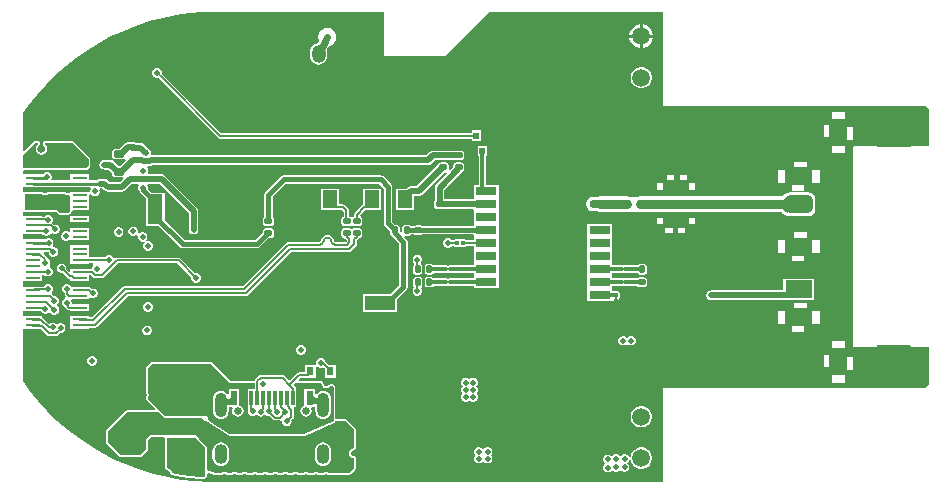
<source format=gbl>
G04*
G04 #@! TF.GenerationSoftware,Altium Limited,Altium Designer,22.2.1 (43)*
G04*
G04 Layer_Physical_Order=6*
G04 Layer_Color=16711680*
%FSLAX44Y44*%
%MOMM*%
G71*
G04*
G04 #@! TF.SameCoordinates,32B94617-2C73-494B-87D1-3967A9C4A560*
G04*
G04*
G04 #@! TF.FilePolarity,Positive*
G04*
G01*
G75*
G04:AMPARAMS|DCode=18|XSize=0.6mm|YSize=0.5mm|CornerRadius=0.1mm|HoleSize=0mm|Usage=FLASHONLY|Rotation=0.000|XOffset=0mm|YOffset=0mm|HoleType=Round|Shape=RoundedRectangle|*
%AMROUNDEDRECTD18*
21,1,0.6000,0.3000,0,0,0.0*
21,1,0.4000,0.5000,0,0,0.0*
1,1,0.2000,0.2000,-0.1500*
1,1,0.2000,-0.2000,-0.1500*
1,1,0.2000,-0.2000,0.1500*
1,1,0.2000,0.2000,0.1500*
%
%ADD18ROUNDEDRECTD18*%
G04:AMPARAMS|DCode=21|XSize=0.6mm|YSize=0.5mm|CornerRadius=0.1mm|HoleSize=0mm|Usage=FLASHONLY|Rotation=90.000|XOffset=0mm|YOffset=0mm|HoleType=Round|Shape=RoundedRectangle|*
%AMROUNDEDRECTD21*
21,1,0.6000,0.3000,0,0,90.0*
21,1,0.4000,0.5000,0,0,90.0*
1,1,0.2000,0.1500,0.2000*
1,1,0.2000,0.1500,-0.2000*
1,1,0.2000,-0.1500,-0.2000*
1,1,0.2000,-0.1500,0.2000*
%
%ADD21ROUNDEDRECTD21*%
%ADD25R,0.5001X0.6000*%
%ADD32C,0.2032*%
%ADD56C,0.1524*%
G04:AMPARAMS|DCode=58|XSize=0.381mm|YSize=0.381mm|CornerRadius=0.0953mm|HoleSize=0mm|Usage=FLASHONLY|Rotation=180.000|XOffset=0mm|YOffset=0mm|HoleType=Round|Shape=RoundedRectangle|*
%AMROUNDEDRECTD58*
21,1,0.3810,0.1905,0,0,180.0*
21,1,0.1905,0.3810,0,0,180.0*
1,1,0.1905,-0.0953,0.0953*
1,1,0.1905,0.0953,0.0953*
1,1,0.1905,0.0953,-0.0953*
1,1,0.1905,-0.0953,-0.0953*
%
%ADD58ROUNDEDRECTD58*%
G04:AMPARAMS|DCode=59|XSize=0.9mm|YSize=0.6mm|CornerRadius=0.12mm|HoleSize=0mm|Usage=FLASHONLY|Rotation=180.000|XOffset=0mm|YOffset=0mm|HoleType=Round|Shape=RoundedRectangle|*
%AMROUNDEDRECTD59*
21,1,0.9000,0.3600,0,0,180.0*
21,1,0.6600,0.6000,0,0,180.0*
1,1,0.2400,-0.3300,0.1800*
1,1,0.2400,0.3300,0.1800*
1,1,0.2400,0.3300,-0.1800*
1,1,0.2400,-0.3300,-0.1800*
%
%ADD59ROUNDEDRECTD59*%
G04:AMPARAMS|DCode=62|XSize=0.381mm|YSize=0.381mm|CornerRadius=0.0953mm|HoleSize=0mm|Usage=FLASHONLY|Rotation=270.000|XOffset=0mm|YOffset=0mm|HoleType=Round|Shape=RoundedRectangle|*
%AMROUNDEDRECTD62*
21,1,0.3810,0.1905,0,0,270.0*
21,1,0.1905,0.3810,0,0,270.0*
1,1,0.1905,-0.0953,-0.0953*
1,1,0.1905,-0.0953,0.0953*
1,1,0.1905,0.0953,0.0953*
1,1,0.1905,0.0953,-0.0953*
%
%ADD62ROUNDEDRECTD62*%
%ADD63C,0.5080*%
%ADD64C,0.3810*%
%ADD65C,0.2540*%
%ADD66C,0.5842*%
%ADD67R,0.1687X0.1326*%
%ADD68R,0.1326X0.1687*%
%ADD69C,1.5001*%
%ADD70C,2.5254*%
%ADD71C,4.5000*%
%ADD72O,1.0000X2.1001*%
%ADD73O,1.1001X1.7000*%
%ADD74C,0.6500*%
%ADD75C,0.5080*%
%ADD76C,0.6700*%
%ADD78R,2.5400X1.2499*%
%ADD79R,0.6000X0.8000*%
%ADD80R,1.5000X2.3000*%
%ADD81R,2.3000X1.5000*%
G04:AMPARAMS|DCode=82|XSize=1.5mm|YSize=2.3mm|CornerRadius=0.375mm|HoleSize=0mm|Usage=FLASHONLY|Rotation=90.000|XOffset=0mm|YOffset=0mm|HoleType=Round|Shape=RoundedRectangle|*
%AMROUNDEDRECTD82*
21,1,1.5000,1.5500,0,0,90.0*
21,1,0.7500,2.3000,0,0,90.0*
1,1,0.7500,0.7750,0.3750*
1,1,0.7500,0.7750,-0.3750*
1,1,0.7500,-0.7750,-0.3750*
1,1,0.7500,-0.7750,0.3750*
%
%ADD82ROUNDEDRECTD82*%
%ADD83C,2.0000*%
%ADD84R,1.4000X0.8000*%
%ADD85R,1.2500X0.8000*%
%ADD86R,1.7000X0.9000*%
%ADD87R,1.3000X0.2500*%
%ADD88R,1.2000X1.5000*%
%ADD89O,1.2000X1.5000*%
%ADD90R,1.8000X0.7000*%
%ADD91O,1.8000X0.7000*%
G04:AMPARAMS|DCode=92|XSize=1.05mm|YSize=2.25mm|CornerRadius=0.2625mm|HoleSize=0mm|Usage=FLASHONLY|Rotation=90.000|XOffset=0mm|YOffset=0mm|HoleType=Round|Shape=RoundedRectangle|*
%AMROUNDEDRECTD92*
21,1,1.0500,1.7250,0,0,90.0*
21,1,0.5250,2.2500,0,0,90.0*
1,1,0.5250,0.8625,0.2625*
1,1,0.5250,0.8625,-0.2625*
1,1,0.5250,-0.8625,-0.2625*
1,1,0.5250,-0.8625,0.2625*
%
%ADD92ROUNDEDRECTD92*%
%ADD93R,1.2499X2.5400*%
%ADD94R,0.6000X1.1999*%
%ADD95R,0.3000X1.1999*%
%ADD96C,0.7874*%
%ADD97C,0.3048*%
G36*
X475644Y248004D02*
X475802Y247211D01*
X476251Y246539D01*
X476923Y246090D01*
X477716Y245932D01*
X698222D01*
X700802Y243353D01*
X700802Y212009D01*
X685574D01*
X685056Y211457D01*
X657344Y211457D01*
X657344Y211457D01*
X656826Y212009D01*
X638590D01*
X637797Y211851D01*
X637125Y211402D01*
X636676Y210730D01*
X636518Y209937D01*
Y43736D01*
X636676Y42944D01*
X637125Y42271D01*
X637797Y41822D01*
X638590Y41665D01*
X655849D01*
X656718Y42791D01*
X657344Y43458D01*
X685056D01*
X685682Y42791D01*
X686552Y41665D01*
X700802D01*
Y10580D01*
X697757Y7536D01*
X477716Y7536D01*
X476923Y7378D01*
X476251Y6929D01*
X475802Y6257D01*
X475644Y5464D01*
Y-72214D01*
X97981Y-72214D01*
X97617Y-72287D01*
X97250Y-72347D01*
X96930Y-72468D01*
X91413D01*
X79646Y-71770D01*
X67940Y-70377D01*
X56338Y-68293D01*
X44879Y-65526D01*
X33604Y-62085D01*
X22553Y-57984D01*
X11763Y-53235D01*
X1274Y-47855D01*
X-8878Y-41864D01*
X-18658Y-35283D01*
X-28031Y-28133D01*
X-36964Y-20442D01*
X-45427Y-12236D01*
X-53388Y-3542D01*
X-60821Y5607D01*
X-66318Y13257D01*
Y56514D01*
X-65929Y57623D01*
X-65048Y57623D01*
X-50958D01*
X-45369Y52034D01*
X-44613Y51528D01*
X-43721Y51351D01*
X-37855D01*
X-36963Y51528D01*
X-36207Y52034D01*
X-34139Y54101D01*
X-33306D01*
X-31813Y54720D01*
X-30670Y55863D01*
X-30051Y57357D01*
Y58973D01*
X-30670Y60467D01*
X-31813Y61610D01*
X-33306Y62229D01*
X-34923D01*
X-36417Y61610D01*
X-38131Y61692D01*
X-38541Y62101D01*
X-40035Y62720D01*
X-41652D01*
X-43145Y62101D01*
X-43784Y61463D01*
X-48879Y66557D01*
X-49635Y67062D01*
X-49881Y67111D01*
Y68171D01*
X-65048D01*
X-65929Y68171D01*
X-66318Y69279D01*
Y71514D01*
X-65929Y72623D01*
X-65048Y72623D01*
X-50864D01*
X-50428Y71572D01*
X-49285Y70428D01*
X-47791Y69810D01*
X-46175D01*
X-44681Y70428D01*
X-44176Y70933D01*
X-42887Y71035D01*
X-42628Y70822D01*
X-41702Y69896D01*
X-40208Y69277D01*
X-38591D01*
X-37097Y69896D01*
X-35954Y71039D01*
X-35336Y72533D01*
Y74149D01*
X-35954Y75643D01*
X-36950Y76638D01*
X-37097Y76875D01*
X-37090Y78158D01*
X-36443Y78804D01*
X-35824Y80298D01*
Y81915D01*
X-36443Y83408D01*
X-37586Y84551D01*
X-39080Y85170D01*
X-39922D01*
X-41718Y86967D01*
X-41796Y87109D01*
X-41830Y88594D01*
X-41375Y89049D01*
X-40756Y90542D01*
Y92159D01*
X-41375Y93653D01*
X-42518Y94796D01*
X-44012Y95415D01*
X-45628D01*
X-47122Y94796D01*
X-48265Y93653D01*
X-48451Y93205D01*
X-57032D01*
X-57202Y93171D01*
X-65929Y93171D01*
X-66318Y94279D01*
Y96514D01*
X-65929Y97623D01*
X-65048Y97623D01*
X-49881D01*
Y103265D01*
X-48138D01*
X-47223Y102351D01*
X-45729Y101732D01*
X-44112D01*
X-42619Y102351D01*
X-41475Y103494D01*
X-40857Y104987D01*
Y106604D01*
X-41475Y108098D01*
X-42619Y109241D01*
X-43211Y109487D01*
X-43538Y110956D01*
X-42919Y112450D01*
Y114067D01*
X-43538Y115561D01*
X-44681Y116704D01*
X-45069Y116865D01*
X-45173Y117391D01*
X-45735Y118231D01*
X-48377Y120874D01*
X-47851Y122144D01*
X-44353D01*
X-44316Y122106D01*
Y121721D01*
X-43697Y120227D01*
X-42554Y119084D01*
X-41060Y118466D01*
X-39444D01*
X-37950Y119084D01*
X-36807Y120227D01*
X-36188Y121721D01*
Y123338D01*
X-36807Y124832D01*
X-37950Y125975D01*
X-39444Y126594D01*
X-40316D01*
X-40895Y127810D01*
X-40277Y129304D01*
Y130920D01*
X-40895Y132414D01*
X-42039Y133557D01*
X-43532Y134176D01*
X-45149D01*
X-46643Y133557D01*
X-46975Y133225D01*
X-57804D01*
X-57905Y133246D01*
X-58281Y133171D01*
X-65929Y133171D01*
X-66318Y134279D01*
Y136514D01*
X-65929Y137623D01*
X-65048Y137623D01*
X-49881D01*
X-48896Y136934D01*
X-48471Y136509D01*
X-46977Y135890D01*
X-45360D01*
X-43867Y136509D01*
X-42723Y137652D01*
X-42615Y137913D01*
X-41117Y138210D01*
X-41037Y138130D01*
X-39543Y137512D01*
X-37927D01*
X-36433Y138130D01*
X-35290Y139274D01*
X-34671Y140767D01*
Y142384D01*
X-35290Y143878D01*
X-36433Y145021D01*
X-37927Y145640D01*
X-39512D01*
X-40441Y146569D01*
X-41195Y147394D01*
X-40953Y148343D01*
X-40680Y149001D01*
Y150618D01*
X-41298Y152112D01*
X-42442Y153255D01*
X-43935Y153874D01*
X-45552D01*
X-47046Y153255D01*
X-47867Y152434D01*
X-49881D01*
Y153171D01*
X-65048D01*
X-65929Y153171D01*
X-66318Y154279D01*
Y156381D01*
X-65048Y157023D01*
X-64314Y156719D01*
X-37734D01*
X-35480Y154465D01*
X-34313Y153982D01*
X-27619D01*
X-26452Y154465D01*
X-25079Y155838D01*
X-24596Y157004D01*
X-23978Y157623D01*
X-9881D01*
Y162623D01*
Y170898D01*
X-9252Y171190D01*
X-8611Y171287D01*
X-7604Y170281D01*
X-6111Y169662D01*
X-4494D01*
X-3000Y170281D01*
X-1857Y171424D01*
X-1238Y172918D01*
Y174534D01*
X-1477Y175111D01*
X-927Y175931D01*
X-575Y176253D01*
X1180D01*
X2811Y174623D01*
X4155Y173724D01*
X5741Y173409D01*
X17748D01*
X19334Y173724D01*
X20678Y174623D01*
X26176Y180120D01*
X31693D01*
X32283Y178914D01*
X31664Y177421D01*
Y175804D01*
X32283Y174310D01*
X32696Y173897D01*
X32741Y173672D01*
X33499Y172538D01*
X38287Y167749D01*
Y144246D01*
X48890D01*
X66580Y126556D01*
X67714Y125798D01*
X69052Y125532D01*
X131735D01*
X133072Y125798D01*
X134207Y126556D01*
X142121Y134470D01*
X143750D01*
X144735Y134666D01*
X145570Y135224D01*
X146128Y136059D01*
X146323Y137044D01*
Y140044D01*
X146128Y141028D01*
X145570Y141863D01*
X144735Y142421D01*
X143750Y142617D01*
X139750D01*
X138765Y142421D01*
X137930Y141863D01*
X137372Y141028D01*
X137177Y140044D01*
Y139415D01*
X130286Y132524D01*
X70500D01*
X53835Y149190D01*
Y172694D01*
X43232D01*
X39792Y176133D01*
Y177421D01*
X39173Y178914D01*
X39763Y180120D01*
X49586D01*
X74222Y155484D01*
Y141356D01*
X74302Y140956D01*
Y140548D01*
X74458Y140170D01*
X74538Y139770D01*
X74765Y139431D01*
X74921Y139054D01*
X75209Y138765D01*
X75436Y138426D01*
X75775Y138199D01*
X76064Y137911D01*
X76441Y137754D01*
X76780Y137528D01*
X77181Y137448D01*
X77558Y137292D01*
X77966D01*
X78366Y137212D01*
X78766Y137292D01*
X79174D01*
X79552Y137448D01*
X79952Y137528D01*
X80291Y137754D01*
X80668Y137911D01*
X80957Y138199D01*
X81296Y138426D01*
X81523Y138765D01*
X81811Y139054D01*
X81968Y139431D01*
X82194Y139770D01*
X82274Y140170D01*
X82430Y140548D01*
Y140956D01*
X82510Y141356D01*
Y157201D01*
X82194Y158786D01*
X81296Y160131D01*
X54233Y187194D01*
X52888Y188092D01*
X51303Y188408D01*
X40417D01*
X39657Y189678D01*
X40014Y190539D01*
Y192156D01*
X39395Y193650D01*
X39142Y193903D01*
X39668Y195173D01*
X41106D01*
X42692Y195489D01*
X43459Y196001D01*
X277293D01*
X278879Y196317D01*
X280224Y197215D01*
X283103Y200094D01*
X303029D01*
X303382Y200164D01*
X305029D01*
X306014Y200360D01*
X306849Y200918D01*
X307407Y201753D01*
X307603Y202738D01*
Y205738D01*
X307407Y206722D01*
X306849Y207557D01*
X306014Y208115D01*
X305029Y208311D01*
X303382D01*
X303029Y208381D01*
X281386D01*
X279800Y208066D01*
X278456Y207168D01*
X275577Y204289D01*
X43485D01*
X43454Y204300D01*
X42435Y205113D01*
Y205508D01*
X42442Y205558D01*
X42514Y205921D01*
X42435Y206321D01*
Y206729D01*
X42278Y207106D01*
X42199Y207507D01*
X41972Y207846D01*
X41816Y208223D01*
X41527Y208512D01*
X41301Y208851D01*
X36380Y213772D01*
X35036Y214670D01*
X33450Y214985D01*
X29264D01*
X28935Y215205D01*
X27950Y215401D01*
X26303D01*
X25950Y215471D01*
X25749Y215431D01*
X22830D01*
X21244Y215116D01*
X19900Y214218D01*
X15698Y210016D01*
X12181D01*
X11118Y209805D01*
X10217Y209203D01*
X9615Y208302D01*
X9404Y207239D01*
Y203639D01*
X9615Y202576D01*
X10217Y201675D01*
X11118Y201073D01*
X12181Y200862D01*
X18781D01*
X19844Y201073D01*
X20190Y201304D01*
X21000Y200318D01*
X15698Y195017D01*
X15264D01*
X10969Y199312D01*
X9624Y200210D01*
X8038Y200526D01*
X2775D01*
X2375Y200446D01*
X1966D01*
X1590Y200290D01*
X1189Y200210D01*
X850Y199983D01*
X473Y199827D01*
X184Y199539D01*
X-155Y199312D01*
X-382Y198973D01*
X-670Y198684D01*
X-827Y198307D01*
X-1053Y197968D01*
X-1133Y197567D01*
X-1289Y197190D01*
Y196782D01*
X-1369Y196382D01*
X-1289Y195982D01*
Y195574D01*
X-1133Y195196D01*
X-1053Y194796D01*
X-827Y194457D01*
X-670Y194080D01*
X-382Y193791D01*
X-155Y193452D01*
X184Y193225D01*
X473Y192937D01*
X850Y192780D01*
X1189Y192554D01*
X1590Y192474D01*
X1966Y192318D01*
X2375D01*
X2775Y192238D01*
X6322D01*
X9404Y189157D01*
Y188639D01*
X9615Y187577D01*
X10217Y186675D01*
X11118Y186073D01*
X12181Y185862D01*
X14309D01*
X14441Y185836D01*
X16521D01*
X16653Y185862D01*
X18401D01*
X18926Y184891D01*
X18965Y184629D01*
X16032Y181696D01*
X7457D01*
X5827Y183327D01*
X4482Y184225D01*
X2897Y184540D01*
X-711D01*
X-2297Y184225D01*
X-3641Y183327D01*
X-3695Y183246D01*
X-9881D01*
Y188171D01*
X-25929D01*
Y183246D01*
X-41070D01*
X-41918Y184515D01*
X-41750Y184922D01*
Y186539D01*
X-42368Y188033D01*
X-43512Y189176D01*
X-45005Y189795D01*
X-46622D01*
X-48116Y189176D01*
X-49026Y188265D01*
X-57885D01*
X-57885Y188266D01*
X-58361Y188171D01*
X-65929Y188171D01*
X-66318Y189279D01*
Y190872D01*
X-65343Y191653D01*
X-12461Y191653D01*
X-11294Y192136D01*
X-10807Y192623D01*
X-9881D01*
Y193549D01*
X-9411Y194019D01*
X-9393Y194063D01*
X-9378Y194069D01*
X-9329Y194187D01*
X-9206Y194269D01*
X-9172Y194319D01*
X-9079Y194791D01*
X-8894Y195236D01*
X-8894Y200786D01*
X-9378Y201952D01*
X-9881Y202456D01*
Y203171D01*
X-10596D01*
X-23751Y216325D01*
X-24917Y216809D01*
X-47221Y216808D01*
X-47596Y216653D01*
X-47999Y216614D01*
X-48157Y216421D01*
X-48388Y216325D01*
X-48543Y215951D01*
X-48800Y215638D01*
X-49185Y214368D01*
X-49145Y213965D01*
X-49225Y213567D01*
X-49086Y213360D01*
X-49061Y213111D01*
X-48748Y212854D01*
X-48523Y212517D01*
X-48080Y212221D01*
X-47368Y211155D01*
X-47117Y209897D01*
X-47368Y208639D01*
X-48080Y207572D01*
X-49147Y206859D01*
X-50405Y206609D01*
X-51663Y206859D01*
X-52730Y207572D01*
X-53442Y208639D01*
X-53692Y209897D01*
X-53442Y211155D01*
X-52730Y212221D01*
X-52287Y212517D01*
X-52062Y212854D01*
X-51748Y213111D01*
X-51724Y213360D01*
X-51585Y213567D01*
X-51664Y213965D01*
X-51625Y214368D01*
X-52010Y215638D01*
X-52267Y215951D01*
X-52422Y216325D01*
X-52653Y216421D01*
X-52811Y216614D01*
X-53214Y216653D01*
X-53588Y216808D01*
X-55458D01*
X-56625Y216325D01*
X-65145Y207805D01*
X-66318Y208291D01*
Y239923D01*
X-61715Y246423D01*
X-54503Y255448D01*
X-46780Y264038D01*
X-38571Y272167D01*
X-29904Y279805D01*
X-20809Y286928D01*
X-11316Y293511D01*
X-1457Y299532D01*
X8734Y304971D01*
X19224Y309810D01*
X29978Y314031D01*
X40958Y317622D01*
X52127Y320570D01*
X63449Y322865D01*
X74886Y324499D01*
X86397Y325466D01*
X92172Y325616D01*
X92331Y325652D01*
X92493Y325649D01*
X92671Y325682D01*
X239529D01*
X239529Y288596D01*
X291726Y288596D01*
X328812Y325682D01*
X475644D01*
Y248004D01*
D02*
G37*
G36*
X-10544Y200786D02*
X-10544Y195236D01*
X-10577Y195186D01*
X-12461Y193302D01*
X-65371Y193302D01*
X-66318Y194249D01*
Y204299D01*
X-55458Y215159D01*
X-53588D01*
X-53203Y213889D01*
X-53919Y213411D01*
X-54996Y211798D01*
X-55374Y209897D01*
X-54996Y207995D01*
X-53919Y206383D01*
X-52307Y205306D01*
X-50405Y204927D01*
X-48503Y205306D01*
X-46891Y206383D01*
X-45814Y207995D01*
X-45435Y209897D01*
X-45814Y211798D01*
X-46891Y213411D01*
X-47607Y213889D01*
X-47221Y215159D01*
X-24917Y215159D01*
X-10544Y200786D01*
D02*
G37*
G36*
X-57905Y177548D02*
X-9024D01*
X-8497Y176278D01*
X-8748Y176028D01*
X-9366Y174534D01*
Y174228D01*
X-9881Y173171D01*
X-10636Y173171D01*
X-25929D01*
Y173171D01*
X-26322Y172836D01*
X-27199Y172452D01*
X-27358Y172518D01*
X-27514Y172453D01*
X-27680Y172486D01*
X-27764Y172469D01*
X-28706Y172657D01*
X-29759Y173360D01*
X-30231Y173454D01*
X-30676Y173638D01*
X-44641D01*
X-44797Y173573D01*
X-44963Y173606D01*
X-45252Y173413D01*
X-45563Y173351D01*
X-46635Y172635D01*
X-47577Y172448D01*
X-48519Y172635D01*
X-49591Y173351D01*
X-49902Y173413D01*
X-50190Y173606D01*
X-50356Y173573D01*
X-50513Y173638D01*
X-64314D01*
X-65048Y173334D01*
X-66180Y173886D01*
X-66318Y174279D01*
Y176514D01*
X-65929Y177623D01*
X-65048Y177623D01*
X-58281D01*
X-57905Y177548D01*
D02*
G37*
G36*
X-29350Y171103D02*
X-27764Y170787D01*
X-27358Y170868D01*
X-26246Y169756D01*
X-26246Y164760D01*
X-26246Y158369D01*
X-26246Y157004D01*
X-27619Y155631D01*
X-34313D01*
X-37050Y158369D01*
X-64314D01*
Y171989D01*
X-50513D01*
X-50507Y171980D01*
X-49163Y171081D01*
X-47577Y170766D01*
X-45991Y171081D01*
X-44647Y171980D01*
X-44641Y171989D01*
X-30676D01*
X-29350Y171103D01*
D02*
G37*
%LPC*%
G36*
X458805Y315226D02*
X458754D01*
Y306455D01*
X467524D01*
Y306507D01*
X466840Y309061D01*
X465518Y311350D01*
X463649Y313220D01*
X461359Y314542D01*
X458805Y315226D01*
D02*
G37*
G36*
X456213D02*
X456162D01*
X453608Y314542D01*
X451318Y313220D01*
X449449Y311350D01*
X448127Y309061D01*
X447443Y306507D01*
Y306455D01*
X456213D01*
Y315226D01*
D02*
G37*
G36*
X467524Y303915D02*
X458754D01*
Y295145D01*
X458805D01*
X461359Y295829D01*
X463649Y297151D01*
X465518Y299020D01*
X466840Y301310D01*
X467524Y303864D01*
Y303915D01*
D02*
G37*
G36*
X456213D02*
X447443D01*
Y303864D01*
X448127Y301310D01*
X449449Y299020D01*
X451318Y297151D01*
X453608Y295829D01*
X456162Y295145D01*
X456213D01*
Y303915D01*
D02*
G37*
G36*
X192494Y312174D02*
X190993D01*
X189520Y311881D01*
X188134Y311307D01*
X186886Y310473D01*
X185824Y309412D01*
X184990Y308163D01*
X184416Y306777D01*
X184123Y305305D01*
Y303804D01*
X184416Y302331D01*
X184874Y301225D01*
X183801Y299184D01*
X182206Y298974D01*
X180376Y298216D01*
X178804Y297010D01*
X177598Y295438D01*
X176840Y293608D01*
X176581Y291644D01*
Y288644D01*
X176840Y286679D01*
X177598Y284849D01*
X178804Y283277D01*
X180376Y282071D01*
X182206Y281313D01*
X184170Y281055D01*
X186134Y281313D01*
X187965Y282071D01*
X189536Y283277D01*
X190742Y284849D01*
X191500Y286679D01*
X191759Y288644D01*
Y291644D01*
X191500Y293608D01*
X191329Y294023D01*
X192901Y297015D01*
X193966Y297227D01*
X195352Y297801D01*
X196601Y298635D01*
X197662Y299697D01*
X198496Y300945D01*
X199070Y302331D01*
X199363Y303804D01*
Y305305D01*
X199070Y306777D01*
X198496Y308163D01*
X197662Y309412D01*
X196601Y310473D01*
X195352Y311307D01*
X193966Y311881D01*
X192494Y312174D01*
D02*
G37*
G36*
X458672Y279209D02*
X456295D01*
X454000Y278594D01*
X451942Y277406D01*
X450262Y275725D01*
X449074Y273668D01*
X448459Y271372D01*
Y268996D01*
X449074Y266701D01*
X450262Y264643D01*
X451942Y262963D01*
X454000Y261775D01*
X456295Y261160D01*
X458672D01*
X460967Y261775D01*
X463025Y262963D01*
X464705Y264643D01*
X465893Y266701D01*
X466508Y268996D01*
Y271372D01*
X465893Y273668D01*
X464705Y275725D01*
X463025Y277406D01*
X460967Y278594D01*
X458672Y279209D01*
D02*
G37*
G36*
X629594Y241404D02*
X618742Y241384D01*
Y235204D01*
X629594D01*
Y241404D01*
D02*
G37*
G36*
X616765Y230377D02*
X612011Y230368D01*
Y219531D01*
X616765D01*
Y230377D01*
D02*
G37*
G36*
X636392Y228529D02*
X631638Y228520D01*
Y217683D01*
X636392D01*
Y228529D01*
D02*
G37*
G36*
X48090Y278216D02*
X46473D01*
X44980Y277597D01*
X43836Y276454D01*
X43218Y274960D01*
Y273343D01*
X43836Y271849D01*
X44980Y270706D01*
X46473Y270088D01*
X48090D01*
X48094Y270089D01*
X49608Y268575D01*
X49688Y268522D01*
X99007Y219202D01*
X99763Y218697D01*
X100655Y218520D01*
X313815D01*
Y216327D01*
X321865D01*
Y225374D01*
X313815D01*
Y223181D01*
X101621D01*
X52931Y271871D01*
X52851Y271925D01*
X51346Y273430D01*
Y274960D01*
X50727Y276454D01*
X49584Y277597D01*
X48090Y278216D01*
D02*
G37*
G36*
X629791Y212237D02*
X618939Y212217D01*
Y206037D01*
X629791D01*
Y212237D01*
D02*
G37*
G36*
X597403Y198874D02*
X586566D01*
Y194120D01*
X597412D01*
X597403Y198874D01*
D02*
G37*
G36*
X485505Y187760D02*
X479316D01*
X479325Y183006D01*
X485505D01*
Y187760D01*
D02*
G37*
G36*
X496117Y187760D02*
X489937D01*
Y183006D01*
X496125D01*
X496117Y187760D01*
D02*
G37*
G36*
X608419Y192143D02*
X602239D01*
Y181291D01*
X608439D01*
X608419Y192143D01*
D02*
G37*
G36*
X579252Y191946D02*
X573072D01*
Y181094D01*
X579272D01*
X579252Y191946D01*
D02*
G37*
G36*
X475680Y180751D02*
X470926D01*
Y174887D01*
X475680Y174895D01*
Y180751D01*
D02*
G37*
G36*
X502934D02*
X498179D01*
X498179Y174799D01*
X502934Y174807D01*
Y180751D01*
D02*
G37*
G36*
X595555Y179247D02*
X584719D01*
Y174493D01*
X595564D01*
X595555Y179247D01*
D02*
G37*
G36*
X598485Y173083D02*
X582985D01*
X581386Y172765D01*
X581286Y172772D01*
X581153Y172727D01*
X581013Y172721D01*
X580900Y172668D01*
X580531Y172595D01*
X580187Y172365D01*
X579608Y172031D01*
X579456Y171898D01*
X579276Y171804D01*
X578935Y171529D01*
X578450Y171205D01*
X578353Y171060D01*
X578093Y170850D01*
X577964Y170695D01*
X577801Y170575D01*
X576854Y169531D01*
X456131D01*
X454970Y169300D01*
X446950D01*
X445486Y169592D01*
X422280D01*
X420040Y169146D01*
X416780D01*
X414423Y168677D01*
X412425Y167342D01*
X411091Y165344D01*
X410622Y162988D01*
X411091Y160631D01*
X412425Y158633D01*
X414423Y157298D01*
X416780Y156829D01*
X420040D01*
X422280Y156384D01*
X445486D01*
X445979Y156482D01*
X455336D01*
X456131Y156324D01*
X576279D01*
X576460Y156065D01*
X576639Y155894D01*
X576780Y155690D01*
X577457Y155035D01*
X577666Y154901D01*
X577843Y154727D01*
X578237Y154471D01*
X578237Y154471D01*
X578548Y154268D01*
X578679Y154215D01*
X578790Y154128D01*
X579450Y153793D01*
X579586Y153755D01*
X579706Y153680D01*
X580107Y153528D01*
X580531Y153245D01*
X582985Y152757D01*
X598485D01*
X600939Y153245D01*
X603020Y154635D01*
X604410Y156716D01*
X604898Y159170D01*
Y166670D01*
X604410Y169124D01*
X603020Y171205D01*
X600939Y172595D01*
X598485Y173083D01*
D02*
G37*
G36*
X326866Y212374D02*
X318817D01*
Y203327D01*
X319733D01*
Y179012D01*
X315756D01*
Y169282D01*
X315756Y168964D01*
Y168012D01*
X314690Y167201D01*
X290794D01*
Y175300D01*
X305499Y190006D01*
X305693Y190296D01*
X306014Y190360D01*
X306849Y190918D01*
X307407Y191753D01*
X307603Y192738D01*
Y195738D01*
X307407Y196722D01*
X306849Y197557D01*
X306014Y198115D01*
X305029Y198311D01*
X303382D01*
X303029Y198381D01*
X302609D01*
X302256Y198311D01*
X301029D01*
X300044Y198115D01*
X299209Y197557D01*
X298652Y196722D01*
X298456Y195738D01*
Y194682D01*
X295327Y191553D01*
X294156Y192179D01*
X294268Y192738D01*
Y195738D01*
X294072Y196722D01*
X293514Y197557D01*
X292679Y198115D01*
X291694Y198311D01*
X290047D01*
X289694Y198381D01*
X289194D01*
X288841Y198311D01*
X287694D01*
X286709Y198115D01*
X285874Y197557D01*
X285317Y196722D01*
X285192Y196095D01*
X267122Y178025D01*
X262408D01*
X262408Y178025D01*
X260822Y177710D01*
X259478Y176812D01*
X258834Y176168D01*
X249646D01*
Y158120D01*
X264694D01*
Y169738D01*
X268838D01*
X270424Y170053D01*
X271768Y170952D01*
X290981Y190164D01*
X291694D01*
X292253Y190275D01*
X292878Y189105D01*
X283720Y179947D01*
X282822Y178602D01*
X282507Y177017D01*
Y165694D01*
X282343Y165448D01*
X282147Y164464D01*
Y161464D01*
X282343Y160479D01*
X282900Y159644D01*
X283735Y159086D01*
X284720Y158890D01*
X288720D01*
X288840Y158914D01*
X314858D01*
X315756Y158016D01*
Y157012D01*
X315756Y156694D01*
Y147282D01*
X315756Y146964D01*
Y146012D01*
X315756Y145756D01*
X315606Y144486D01*
X272171D01*
X271597Y144869D01*
X270612Y145065D01*
X266612D01*
X265627Y144869D01*
X265054Y144486D01*
X262425D01*
X262210Y144807D01*
X261375Y145365D01*
X260390Y145561D01*
X257390D01*
X256405Y145365D01*
X255570Y144807D01*
X255012Y143972D01*
X254817Y142988D01*
Y139563D01*
X253575Y138923D01*
X252964Y139384D01*
Y142988D01*
X252768Y143972D01*
X252210Y144807D01*
X251375Y145365D01*
X250390Y145561D01*
X249261D01*
X246606Y148216D01*
Y177595D01*
X246607Y177595D01*
X246340Y178933D01*
X245582Y180067D01*
X245582Y180068D01*
X239235Y186415D01*
X238100Y187173D01*
X236763Y187439D01*
X154776D01*
X153438Y187173D01*
X152304Y186415D01*
X152304Y186415D01*
X139278Y173389D01*
X138520Y172255D01*
X138254Y170917D01*
Y152079D01*
X137930Y151863D01*
X137372Y151028D01*
X137177Y150044D01*
Y147044D01*
X137372Y146059D01*
X137930Y145224D01*
X138765Y144666D01*
X139750Y144470D01*
X143750D01*
X144735Y144666D01*
X145570Y145224D01*
X146128Y146059D01*
X146323Y147044D01*
Y150044D01*
X146128Y151028D01*
X145570Y151863D01*
X145246Y152079D01*
Y169468D01*
X156224Y180447D01*
X235314D01*
X239614Y176147D01*
Y146768D01*
X239880Y145429D01*
X240638Y144295D01*
X244817Y140117D01*
Y138988D01*
X245013Y138003D01*
X245570Y137168D01*
X245599Y137149D01*
X245660Y136840D01*
X246418Y135705D01*
X252543Y129580D01*
Y94294D01*
X245354Y87106D01*
X221851D01*
Y71558D01*
X250299D01*
Y82161D01*
X258511Y90374D01*
X258511Y90374D01*
X259269Y91508D01*
X259535Y92846D01*
Y131028D01*
X259269Y132366D01*
X258511Y133501D01*
X256769Y135243D01*
X257386Y136406D01*
X257394Y136414D01*
X260390D01*
X261375Y136610D01*
X262210Y137168D01*
X262427Y137493D01*
X265060D01*
X265627Y137114D01*
X266612Y136918D01*
X270612D01*
X271597Y137114D01*
X272165Y137493D01*
X314858D01*
X315710Y136642D01*
X315756Y136223D01*
X315756Y135012D01*
X315756Y134694D01*
Y132556D01*
X309118D01*
X309034Y132682D01*
X308215Y133230D01*
X307248Y133422D01*
X305343D01*
X304377Y133230D01*
X303764Y132820D01*
X303151Y133230D01*
X302185Y133422D01*
X300280D01*
X299313Y133230D01*
X298494Y132682D01*
X298395Y132534D01*
X297098D01*
X296242Y133390D01*
X294748Y134008D01*
X293132D01*
X291638Y133390D01*
X290495Y132246D01*
X289876Y130753D01*
Y129136D01*
X290495Y127642D01*
X291638Y126499D01*
X293132Y125880D01*
X294748D01*
X296242Y126499D01*
X297098Y127355D01*
X298395D01*
X298494Y127206D01*
X299313Y126659D01*
X300280Y126467D01*
X302185D01*
X303151Y126659D01*
X303764Y127069D01*
X304377Y126659D01*
X305343Y126467D01*
X307248D01*
X308215Y126659D01*
X309034Y127206D01*
X309147Y127376D01*
X315756D01*
Y125282D01*
X315756Y124964D01*
Y124012D01*
X315756Y123694D01*
Y114282D01*
X315756Y113964D01*
Y113012D01*
X315756Y112694D01*
Y111095D01*
X298501D01*
X298235Y111273D01*
X297269Y111465D01*
X295364D01*
X294398Y111273D01*
X293785Y110863D01*
X293172Y111273D01*
X292206Y111465D01*
X290301D01*
X289334Y111273D01*
X289068Y111095D01*
X281866D01*
X281390Y111807D01*
X280555Y112365D01*
X279570Y112561D01*
X276570D01*
X275585Y112365D01*
X274750Y111807D01*
X274193Y110972D01*
X273997Y109988D01*
Y105988D01*
X274193Y105003D01*
X274750Y104168D01*
X275585Y103610D01*
X276570Y103414D01*
X279570D01*
X280555Y103610D01*
X281390Y104168D01*
X281866Y104880D01*
X289068D01*
X289334Y104702D01*
X290301Y104510D01*
X292206D01*
X293172Y104702D01*
X293785Y105112D01*
X294398Y104702D01*
X295364Y104510D01*
X297269D01*
X298235Y104702D01*
X298501Y104880D01*
X315756D01*
Y103282D01*
X315756Y102964D01*
Y102012D01*
X315756Y101694D01*
Y100055D01*
X298501D01*
X298235Y100233D01*
X297269Y100425D01*
X295364D01*
X294398Y100233D01*
X293785Y99823D01*
X293172Y100233D01*
X292206Y100425D01*
X290301D01*
X289334Y100233D01*
X289068Y100055D01*
X281892D01*
X281390Y100807D01*
X280555Y101365D01*
X279570Y101561D01*
X276570D01*
X275585Y101365D01*
X274750Y100807D01*
X274193Y99972D01*
X273997Y98988D01*
Y94988D01*
X274193Y94003D01*
X274750Y93168D01*
X275585Y92610D01*
X276570Y92414D01*
X279570D01*
X280555Y92610D01*
X281390Y93168D01*
X281839Y93840D01*
X289068D01*
X289334Y93662D01*
X290301Y93470D01*
X292206D01*
X293172Y93662D01*
X293785Y94072D01*
X294398Y93662D01*
X295364Y93470D01*
X297269D01*
X298235Y93662D01*
X298501Y93840D01*
X315756D01*
Y91964D01*
X336804D01*
Y101694D01*
X336804Y102012D01*
Y102964D01*
X336804Y103282D01*
Y112694D01*
X336804Y113012D01*
Y113964D01*
X336804Y114282D01*
Y123694D01*
X336804Y124012D01*
Y124964D01*
X336804Y125282D01*
Y134694D01*
X336804Y135012D01*
Y135964D01*
X336804Y136282D01*
Y145694D01*
X336804Y146012D01*
Y146964D01*
X336804Y147282D01*
Y156694D01*
X336804Y157012D01*
Y157964D01*
X336804Y158282D01*
Y167694D01*
X336804Y168012D01*
Y168964D01*
X336804Y169282D01*
Y179012D01*
X325949D01*
Y203327D01*
X326866D01*
Y212374D01*
D02*
G37*
G36*
X236694Y176168D02*
X221646D01*
Y162291D01*
X221290Y162054D01*
X214732Y155495D01*
X214227Y154739D01*
X214049Y153847D01*
Y152551D01*
X213395Y152421D01*
X213190Y152284D01*
X212252Y151967D01*
X211314Y152284D01*
X211109Y152421D01*
X210124Y152617D01*
X210048D01*
Y157612D01*
X209870Y158504D01*
X209365Y159260D01*
X206571Y162054D01*
X205815Y162559D01*
X204923Y162736D01*
X201694D01*
Y176168D01*
X186646D01*
Y158120D01*
X199183D01*
X199408Y158075D01*
X203958D01*
X205386Y156647D01*
Y152470D01*
X205139Y152421D01*
X204305Y151863D01*
X203747Y151028D01*
X203551Y150044D01*
Y147044D01*
X203747Y146059D01*
X204305Y145224D01*
X205139Y144666D01*
X206124Y144470D01*
X210124D01*
X211109Y144666D01*
X211314Y144803D01*
X212252Y145120D01*
X213190Y144803D01*
X213395Y144666D01*
X214380Y144470D01*
X218380D01*
X219365Y144666D01*
X220200Y145224D01*
X220758Y146059D01*
X220954Y147044D01*
Y150044D01*
X220758Y151028D01*
X220200Y151863D01*
X219773Y152148D01*
X219481Y153399D01*
X219515Y153686D01*
X223904Y158075D01*
X223932D01*
X224157Y158120D01*
X236694D01*
Y176168D01*
D02*
G37*
G36*
X-9881Y153171D02*
X-25929D01*
Y147623D01*
X-9881D01*
Y153171D01*
D02*
G37*
G36*
X502934Y151647D02*
X498179Y151638D01*
Y145997D01*
X502934D01*
Y151647D01*
D02*
G37*
G36*
X475680Y151550D02*
X470926Y151541D01*
Y145997D01*
X475680D01*
X475680Y151550D01*
D02*
G37*
G36*
X218380Y142617D02*
X214380D01*
X213395Y142421D01*
X213190Y142284D01*
X212252Y141967D01*
X211314Y142284D01*
X211109Y142421D01*
X210124Y142617D01*
X206124D01*
X205139Y142421D01*
X204305Y141863D01*
X203747Y141028D01*
X203551Y140044D01*
Y137044D01*
X203747Y136059D01*
X204305Y135224D01*
X205139Y134666D01*
X205948Y134505D01*
X205971Y134390D01*
X206476Y133633D01*
X207889Y132220D01*
Y131665D01*
X207319Y131095D01*
X198396D01*
X197392Y131736D01*
X196984Y133788D01*
X195822Y135527D01*
X194083Y136689D01*
X192595Y136985D01*
X192031Y137097D01*
X191371D01*
D01*
X190808Y136985D01*
X189319Y136689D01*
X187580Y135527D01*
X186418Y133788D01*
X186010Y131736D01*
X185006Y131095D01*
X158164D01*
X157272Y130917D01*
X156516Y130412D01*
X119899Y93795D01*
X20095D01*
X19203Y93617D01*
X18447Y93112D01*
X-7405Y67260D01*
X-9881D01*
Y68171D01*
X-25929D01*
Y57623D01*
X-9881D01*
Y58534D01*
X-8328D01*
X-8328Y58534D01*
X-4757D01*
X-3865Y58711D01*
X-3108Y59217D01*
X22744Y85069D01*
X122547D01*
X123439Y85247D01*
X124195Y85752D01*
X160813Y122369D01*
X209968D01*
X210860Y122547D01*
X211616Y123052D01*
X215932Y127369D01*
X216437Y128125D01*
X216615Y129017D01*
Y132220D01*
X218028Y133633D01*
X218533Y134390D01*
X218556Y134505D01*
X219365Y134666D01*
X220200Y135224D01*
X220758Y136059D01*
X220954Y137044D01*
Y140044D01*
X220758Y141028D01*
X220200Y141863D01*
X219365Y142421D01*
X218380Y142617D01*
D02*
G37*
G36*
X-9881Y143171D02*
X-25929D01*
Y139622D01*
X-27199Y139096D01*
X-27325Y139223D01*
X-28819Y139841D01*
X-30436D01*
X-31930Y139223D01*
X-33073Y138079D01*
X-33691Y136586D01*
Y134969D01*
X-33073Y133475D01*
X-31930Y132332D01*
X-30436Y131713D01*
X-28819D01*
X-27325Y132332D01*
X-27151Y132507D01*
X-25929Y132623D01*
X-25929Y132623D01*
X-25929Y132623D01*
X-9881D01*
Y137623D01*
Y143171D01*
D02*
G37*
G36*
X483923Y143132D02*
X477734D01*
X477743Y138377D01*
X483923D01*
Y143132D01*
D02*
G37*
G36*
X494535Y143132D02*
X488354D01*
Y138377D01*
X494543D01*
X494535Y143132D01*
D02*
G37*
G36*
X15775Y143517D02*
X14158D01*
X12664Y142898D01*
X11521Y141755D01*
X10902Y140261D01*
Y138645D01*
X11521Y137151D01*
X12664Y136008D01*
X14158Y135389D01*
X15775D01*
X17268Y136008D01*
X18412Y137151D01*
X19030Y138645D01*
Y140261D01*
X18412Y141755D01*
X17268Y142898D01*
X15775Y143517D01*
D02*
G37*
G36*
X597403Y139174D02*
X586566D01*
Y134420D01*
X597412D01*
X597403Y139174D01*
D02*
G37*
G36*
X28148Y143982D02*
X26531D01*
X25037Y143363D01*
X23894Y142220D01*
X23275Y140726D01*
Y139109D01*
X23894Y137616D01*
X25037Y136472D01*
X26531Y135854D01*
X28148D01*
X29642Y136472D01*
X30051Y136882D01*
X31074Y136249D01*
X31145Y136180D01*
Y134588D01*
X31764Y133094D01*
X32907Y131951D01*
X34401Y131332D01*
X36018D01*
X36647Y131593D01*
X37366Y130516D01*
X36590Y129740D01*
X35971Y128246D01*
Y126629D01*
X36590Y125135D01*
X37733Y123992D01*
X39227Y123374D01*
X40844D01*
X42337Y123992D01*
X43481Y125135D01*
X44099Y126629D01*
Y128246D01*
X43481Y129740D01*
X42337Y130883D01*
X40844Y131502D01*
X39227D01*
X38597Y131241D01*
X37878Y132317D01*
X38654Y133094D01*
X39273Y134588D01*
Y136205D01*
X38654Y137698D01*
X37511Y138841D01*
X36018Y139460D01*
X34401D01*
X32907Y138841D01*
X32497Y138432D01*
X31475Y139065D01*
X31404Y139134D01*
Y140726D01*
X30785Y142220D01*
X29642Y143363D01*
X28148Y143982D01*
D02*
G37*
G36*
X608419Y132443D02*
X602239D01*
Y121591D01*
X608439D01*
X608419Y132443D01*
D02*
G37*
G36*
X579252Y132246D02*
X573072D01*
Y121394D01*
X579272D01*
X579252Y132246D01*
D02*
G37*
G36*
X595555Y119547D02*
X584719D01*
Y114793D01*
X595564D01*
X595555Y119547D01*
D02*
G37*
G36*
X432804Y146012D02*
X411756D01*
Y136282D01*
X411756Y135964D01*
Y135012D01*
X411756Y134694D01*
Y125282D01*
X411756Y124964D01*
Y124012D01*
X411756Y123694D01*
Y114282D01*
X411756Y113964D01*
Y113012D01*
X411756Y112694D01*
Y103282D01*
X411756Y102964D01*
Y102012D01*
X411756Y101694D01*
Y92282D01*
X411756Y91964D01*
Y91012D01*
X411756Y90694D01*
Y80964D01*
X432804D01*
Y81306D01*
X434074Y81558D01*
X434082Y81538D01*
X435249Y81055D01*
X436575D01*
X437742Y81538D01*
X438225Y82705D01*
Y83113D01*
X438618Y83376D01*
X439165Y84195D01*
X439358Y85162D01*
Y87067D01*
X439165Y88033D01*
X438618Y88852D01*
X437799Y89399D01*
X436833Y89592D01*
X434928D01*
X434074Y89422D01*
X433888Y89447D01*
X432804Y90154D01*
X432804Y91012D01*
Y91964D01*
X432804Y92282D01*
Y93880D01*
X437685D01*
X437951Y93702D01*
X438917Y93510D01*
X440822D01*
X441788Y93702D01*
X442401Y94112D01*
X443014Y93702D01*
X443981Y93510D01*
X445886D01*
X446852Y93702D01*
X447118Y93880D01*
X453745D01*
X453920Y93618D01*
X454755Y93060D01*
X455740Y92864D01*
X459740D01*
X460725Y93060D01*
X461560Y93618D01*
X462118Y94453D01*
X462314Y95438D01*
Y98438D01*
X462118Y99422D01*
X461560Y100257D01*
X460725Y100815D01*
X459740Y101011D01*
X455740D01*
X454755Y100815D01*
X453920Y100257D01*
X453812Y100095D01*
X447118D01*
X446852Y100273D01*
X445886Y100465D01*
X443981D01*
X443014Y100273D01*
X442401Y99863D01*
X441788Y100273D01*
X440822Y100465D01*
X438917D01*
X437951Y100273D01*
X437685Y100095D01*
X432804D01*
Y101694D01*
X432804Y102012D01*
Y102964D01*
X432804Y103282D01*
Y104880D01*
X437685D01*
X437951Y104702D01*
X438917Y104510D01*
X440822D01*
X441788Y104702D01*
X442401Y105112D01*
X443014Y104702D01*
X443981Y104510D01*
X445886D01*
X446852Y104702D01*
X447118Y104880D01*
X454325D01*
X454800Y104168D01*
X455635Y103610D01*
X456620Y103414D01*
X459620D01*
X460605Y103610D01*
X461440Y104168D01*
X461998Y105003D01*
X462194Y105988D01*
Y109988D01*
X461998Y110972D01*
X461440Y111807D01*
X460605Y112365D01*
X459620Y112561D01*
X456620D01*
X455635Y112365D01*
X454800Y111807D01*
X454325Y111095D01*
X447118D01*
X446852Y111273D01*
X445886Y111465D01*
X443981D01*
X443014Y111273D01*
X442401Y110863D01*
X441788Y111273D01*
X440822Y111465D01*
X438917D01*
X437951Y111273D01*
X437685Y111095D01*
X432804D01*
Y112694D01*
X432804Y113012D01*
Y113964D01*
X432804Y114282D01*
Y123694D01*
X432804Y124012D01*
Y124964D01*
X432804Y125282D01*
Y134694D01*
X432804Y135012D01*
Y135964D01*
X432804Y136282D01*
Y146012D01*
D02*
G37*
G36*
X268663Y120144D02*
X267047D01*
X265553Y119525D01*
X264410Y118382D01*
X263791Y116889D01*
Y115272D01*
X264410Y113778D01*
X264869Y113319D01*
X264750Y111807D01*
X264193Y110972D01*
X263997Y109988D01*
Y105988D01*
X264193Y105003D01*
X264750Y104168D01*
X265585Y103610D01*
X266570Y103414D01*
X269570D01*
X270555Y103610D01*
X271390Y104168D01*
X271948Y105003D01*
X272144Y105988D01*
Y109988D01*
X271948Y110972D01*
X271390Y111807D01*
X271113Y111992D01*
X270996Y113468D01*
X271001Y113478D01*
X271300Y113778D01*
X271919Y115272D01*
Y116889D01*
X271300Y118382D01*
X270157Y119525D01*
X268663Y120144D01*
D02*
G37*
G36*
X-9881Y128171D02*
X-25929D01*
Y122623D01*
Y112623D01*
X-9881D01*
Y112845D01*
X-6809D01*
X-6345Y111575D01*
X-7161Y110760D01*
X-7779Y109266D01*
Y107727D01*
X-9881D01*
Y108171D01*
X-25929D01*
Y106128D01*
X-27102Y105642D01*
X-29319Y107858D01*
Y109434D01*
X-29937Y110928D01*
X-31081Y112071D01*
X-32574Y112690D01*
X-34191D01*
X-35685Y112071D01*
X-36828Y110928D01*
X-37447Y109434D01*
Y107818D01*
X-36828Y106324D01*
X-35685Y105181D01*
X-34191Y104562D01*
X-32615D01*
X-28265Y100213D01*
X-27509Y99707D01*
X-26617Y99530D01*
X-25929D01*
Y97623D01*
X-9881D01*
Y103066D01*
X-8444D01*
X-6715Y101336D01*
X-5959Y100831D01*
X-5067Y100653D01*
X1133D01*
X2025Y100831D01*
X2781Y101336D01*
X14587Y113142D01*
X64688D01*
X76624Y101207D01*
Y99630D01*
X77242Y98137D01*
X78385Y96994D01*
X79879Y96375D01*
X81496D01*
X82990Y96994D01*
X84133Y98137D01*
X84752Y99630D01*
Y101247D01*
X84133Y102741D01*
X82990Y103884D01*
X81496Y104503D01*
X79920D01*
X67301Y117121D01*
X66545Y117626D01*
X65653Y117804D01*
X13622D01*
X12730Y117626D01*
X11974Y117121D01*
X11802Y116949D01*
X10303Y117247D01*
X10085Y117775D01*
X8942Y118918D01*
X7448Y119537D01*
X5831D01*
X4337Y118918D01*
X3444Y118025D01*
X-9881D01*
Y122623D01*
Y128171D01*
D02*
G37*
G36*
X269570Y101561D02*
X266570D01*
X265585Y101365D01*
X264750Y100807D01*
X264193Y99972D01*
X263997Y98988D01*
Y94988D01*
X264193Y94003D01*
X264750Y93168D01*
X264521Y91793D01*
X264410Y91682D01*
X263791Y90188D01*
Y88571D01*
X264410Y87078D01*
X265553Y85934D01*
X267047Y85316D01*
X268663D01*
X270157Y85934D01*
X271300Y87078D01*
X271919Y88571D01*
Y90188D01*
X271300Y91682D01*
X271390Y93168D01*
X271948Y94003D01*
X272144Y94988D01*
Y98988D01*
X271948Y99972D01*
X271390Y100807D01*
X270555Y101365D01*
X269570Y101561D01*
D02*
G37*
G36*
X-28270Y95415D02*
X-29887D01*
X-31381Y94796D01*
X-32524Y93653D01*
X-33142Y92159D01*
Y90542D01*
X-32524Y89049D01*
X-31381Y87906D01*
X-30729Y87636D01*
Y86676D01*
X-30552Y85784D01*
X-30046Y85028D01*
X-29882Y84863D01*
X-29871Y84790D01*
X-30254Y83439D01*
X-31201Y83047D01*
X-32344Y81904D01*
X-32963Y80410D01*
Y78793D01*
X-32344Y77300D01*
X-31201Y76156D01*
X-30399Y75824D01*
X-30368Y75777D01*
X-28339Y73749D01*
X-27583Y73243D01*
X-26691Y73066D01*
X-25929D01*
Y72623D01*
X-9881D01*
Y78171D01*
X-24419D01*
X-24835Y78793D01*
Y80410D01*
X-25226Y81353D01*
X-24536Y82583D01*
X-24481Y82623D01*
X-9881D01*
Y83512D01*
X-8611Y83978D01*
X-7248Y83414D01*
X-5631D01*
X-4138Y84032D01*
X-2995Y85176D01*
X-2376Y86669D01*
Y88286D01*
X-2995Y89780D01*
X-4138Y90923D01*
X-5631Y91542D01*
X-7248D01*
X-7566Y91410D01*
X-8201Y92045D01*
X-8957Y92550D01*
X-9849Y92728D01*
X-9881D01*
Y93171D01*
X-25433D01*
X-25633Y93653D01*
X-26776Y94796D01*
X-28270Y95415D01*
D02*
G37*
G36*
X603759Y99944D02*
X577711D01*
Y89915D01*
X516506D01*
X516105Y89835D01*
X515697D01*
X515320Y89679D01*
X514920Y89600D01*
X514581Y89373D01*
X514203Y89217D01*
X513915Y88928D01*
X513576Y88701D01*
X513349Y88362D01*
X513060Y88074D01*
X512904Y87696D01*
X512677Y87357D01*
X512598Y86957D01*
X512442Y86580D01*
Y86172D01*
X512362Y85771D01*
X512442Y85371D01*
Y84963D01*
X512598Y84586D01*
X512677Y84186D01*
X512904Y83846D01*
X513060Y83469D01*
X513349Y83181D01*
X513576Y82841D01*
X513915Y82615D01*
X514203Y82326D01*
X514581Y82170D01*
X514920Y81943D01*
X515320Y81863D01*
X515697Y81707D01*
X516105D01*
X516506Y81628D01*
X534270D01*
X534381Y81606D01*
X538381D01*
X538492Y81628D01*
X550409D01*
X550520Y81606D01*
X554520D01*
X554631Y81628D01*
X578799D01*
X579748Y81816D01*
X585775D01*
X586175Y81896D01*
X603759D01*
Y99944D01*
D02*
G37*
G36*
X597403Y79474D02*
X586566D01*
Y74720D01*
X597412D01*
X597403Y79474D01*
D02*
G37*
G36*
X40684Y79802D02*
X39067D01*
X37573Y79183D01*
X36430Y78040D01*
X35812Y76547D01*
Y74930D01*
X36430Y73436D01*
X37573Y72293D01*
X39067Y71674D01*
X40684D01*
X42178Y72293D01*
X43321Y73436D01*
X43939Y74930D01*
Y76547D01*
X43321Y78040D01*
X42178Y79183D01*
X40684Y79802D01*
D02*
G37*
G36*
X608419Y72743D02*
X602239D01*
Y61891D01*
X608439D01*
X608419Y72743D01*
D02*
G37*
G36*
X579252Y72546D02*
X573072D01*
Y61694D01*
X579272D01*
X579252Y72546D01*
D02*
G37*
G36*
X595555Y59847D02*
X584719D01*
Y55093D01*
X595564D01*
X595555Y59847D01*
D02*
G37*
G36*
X40009Y60103D02*
X38392D01*
X36899Y59484D01*
X35755Y58341D01*
X35137Y56847D01*
Y55230D01*
X35755Y53737D01*
X36899Y52593D01*
X38392Y51975D01*
X40009D01*
X41503Y52593D01*
X42646Y53737D01*
X43265Y55230D01*
Y56847D01*
X42646Y58341D01*
X41503Y59484D01*
X40009Y60103D01*
D02*
G37*
G36*
X449538Y51434D02*
X447922D01*
X446428Y50815D01*
X445449Y49836D01*
X444470Y50815D01*
X442977Y51434D01*
X441360D01*
X439866Y50815D01*
X438723Y49672D01*
X438104Y48178D01*
Y46561D01*
X438723Y45068D01*
X439866Y43924D01*
X441360Y43306D01*
X442977D01*
X444470Y43924D01*
X445449Y44903D01*
X446428Y43924D01*
X447922Y43306D01*
X449538D01*
X451032Y43924D01*
X452175Y45068D01*
X452794Y46561D01*
Y48178D01*
X452175Y49672D01*
X451032Y50815D01*
X449538Y51434D01*
D02*
G37*
G36*
X629591Y47303D02*
X618739D01*
Y41103D01*
X629591Y41123D01*
Y47303D01*
D02*
G37*
G36*
X170117Y43623D02*
X168500D01*
X167006Y43004D01*
X165863Y41861D01*
X165245Y40367D01*
Y38750D01*
X165863Y37257D01*
X167006Y36113D01*
X168500Y35495D01*
X170117D01*
X171611Y36113D01*
X172754Y37257D01*
X173373Y38750D01*
Y40367D01*
X172754Y41861D01*
X171611Y43004D01*
X170117Y43623D01*
D02*
G37*
G36*
X-6594Y34416D02*
X-8210D01*
X-9704Y33797D01*
X-10847Y32654D01*
X-11466Y31161D01*
Y29544D01*
X-10847Y28050D01*
X-9704Y26907D01*
X-8210Y26288D01*
X-6594D01*
X-5100Y26907D01*
X-3957Y28050D01*
X-3338Y29544D01*
Y31161D01*
X-3957Y32654D01*
X-5100Y33797D01*
X-6594Y34416D01*
D02*
G37*
G36*
X616892Y35657D02*
X612138D01*
Y24811D01*
X616892Y24820D01*
Y35657D01*
D02*
G37*
G36*
X636519Y33809D02*
X631765D01*
Y22963D01*
X636519Y22972D01*
Y33809D01*
D02*
G37*
G36*
X315836Y15998D02*
X314219D01*
X312725Y15379D01*
X311854Y14508D01*
X310984Y15379D01*
X309490Y15998D01*
X307873D01*
X306380Y15379D01*
X305236Y14236D01*
X304618Y12742D01*
Y11125D01*
X305236Y9632D01*
X306186Y8681D01*
X305265Y7760D01*
X304646Y6266D01*
Y4649D01*
X305265Y3155D01*
X305903Y2517D01*
X305236Y1850D01*
X304618Y357D01*
Y-1260D01*
X305236Y-2754D01*
X306380Y-3897D01*
X307873Y-4516D01*
X309490D01*
X310984Y-3897D01*
X311854Y-3026D01*
X312725Y-3897D01*
X314219Y-4516D01*
X315836D01*
X317329Y-3897D01*
X318473Y-2754D01*
X319091Y-1260D01*
Y357D01*
X318473Y1850D01*
X317820Y2503D01*
X318473Y3155D01*
X319091Y4649D01*
Y6266D01*
X318473Y7760D01*
X317537Y8696D01*
X318473Y9632D01*
X319091Y11125D01*
Y12742D01*
X318473Y14236D01*
X317329Y15379D01*
X315836Y15998D01*
D02*
G37*
G36*
X186906Y32412D02*
X185289D01*
X183796Y31793D01*
X182652Y30650D01*
X182034Y29156D01*
Y28124D01*
X181773Y27424D01*
X180872Y27024D01*
X172576D01*
Y20593D01*
X167701D01*
X166809Y20415D01*
X166053Y19910D01*
X161174Y15031D01*
X161174Y15031D01*
X159520Y13377D01*
X155449Y17448D01*
X154692Y17953D01*
X153800Y18131D01*
X135094D01*
X134202Y17953D01*
X133446Y17448D01*
X130677Y14680D01*
X130172Y13924D01*
X130073Y13425D01*
X129995Y13383D01*
X109662D01*
X94421Y28624D01*
X93254Y29107D01*
X42802D01*
X41636Y28624D01*
X38551Y25540D01*
X38068Y24374D01*
X38068Y3444D01*
X38252Y2999D01*
X38346Y2527D01*
X38474Y2336D01*
X38662Y1393D01*
X38474Y451D01*
X38346Y260D01*
X38252Y-212D01*
X38068Y-657D01*
Y-1761D01*
X38551Y-2927D01*
X46087Y-10463D01*
X45602Y-11637D01*
X21995Y-11660D01*
X21407Y-11904D01*
X20830Y-12144D01*
X4406Y-28584D01*
X4156Y-29189D01*
X3924Y-29750D01*
X3924Y-38455D01*
X4407Y-39621D01*
X4407Y-39621D01*
X4407Y-39621D01*
X14994Y-50209D01*
X16161Y-50692D01*
X33763D01*
X34929Y-50209D01*
X39552Y-45587D01*
X40035Y-44420D01*
Y-36453D01*
X42472Y-34377D01*
X53244D01*
X54262Y-35647D01*
X54262Y-60512D01*
X54295Y-60591D01*
X54269Y-60673D01*
X54532Y-61164D01*
X54745Y-61678D01*
X54824Y-61711D01*
X54865Y-61787D01*
X55040Y-61931D01*
X55427Y-62048D01*
X55764Y-62273D01*
X57028Y-62525D01*
X57827Y-63058D01*
X58361Y-63857D01*
X58612Y-65121D01*
X58797Y-65398D01*
X58865Y-65725D01*
X58916Y-65800D01*
X58921Y-65803D01*
X58922Y-65810D01*
X59187Y-65981D01*
X59313Y-66171D01*
X59551Y-66218D01*
X59970Y-66494D01*
X59977Y-66493D01*
X59982Y-66496D01*
X67591Y-67895D01*
X67635Y-67886D01*
X67674Y-67909D01*
X75752Y-68974D01*
X75795Y-68963D01*
X75835Y-68983D01*
X83957Y-69638D01*
X84000Y-69625D01*
X84040Y-69643D01*
X86843Y-69726D01*
X86855Y-69722D01*
X86867Y-69727D01*
X87443Y-69498D01*
X88023Y-69278D01*
X88028Y-69266D01*
X88041Y-69261D01*
X89311Y-68028D01*
X89316Y-68016D01*
X89328Y-68011D01*
X89566Y-67438D01*
X89811Y-66869D01*
X89806Y-66857D01*
X89811Y-66845D01*
Y-65135D01*
X90846Y-64399D01*
X96209Y-66263D01*
X96490Y-66246D01*
X96750Y-66354D01*
X101722D01*
X102166Y-66170D01*
X102638Y-66076D01*
X103703Y-65365D01*
X104645Y-65177D01*
X105587Y-65365D01*
X106651Y-66076D01*
X107123Y-66170D01*
X107568Y-66354D01*
X110299D01*
X110743Y-66170D01*
X111215Y-66076D01*
X112280Y-65365D01*
X113222Y-65177D01*
X114164Y-65365D01*
X115228Y-66076D01*
X115700Y-66170D01*
X116145Y-66354D01*
X118876D01*
X119320Y-66170D01*
X119792Y-66076D01*
X120857Y-65365D01*
X121799Y-65177D01*
X122741Y-65365D01*
X123805Y-66076D01*
X124277Y-66170D01*
X124722Y-66354D01*
X127452Y-66354D01*
X127897Y-66170D01*
X128369Y-66076D01*
X129433Y-65365D01*
X130376Y-65177D01*
X131318Y-65365D01*
X132382Y-66076D01*
X132854Y-66170D01*
X133299Y-66354D01*
X136029D01*
X136474Y-66170D01*
X136946Y-66076D01*
X138010Y-65365D01*
X138953Y-65177D01*
X139895Y-65365D01*
X140959Y-66076D01*
X141431Y-66170D01*
X141875Y-66354D01*
X144606D01*
X145051Y-66170D01*
X145523Y-66076D01*
X146587Y-65365D01*
X147529Y-65177D01*
X148471Y-65365D01*
X149536Y-66076D01*
X150008Y-66170D01*
X150452Y-66354D01*
X153183D01*
X153628Y-66170D01*
X154100Y-66076D01*
X155164Y-65365D01*
X156106Y-65177D01*
X157048Y-65365D01*
X158113Y-66076D01*
X158585Y-66170D01*
X159029Y-66354D01*
X161760D01*
X162205Y-66170D01*
X162677Y-66076D01*
X163741Y-65365D01*
X164683Y-65177D01*
X165625Y-65365D01*
X166690Y-66076D01*
X167162Y-66170D01*
X167606Y-66354D01*
X170961D01*
X171405Y-66170D01*
X171877Y-66076D01*
X172446Y-65696D01*
X173388Y-65509D01*
X174330Y-65696D01*
X174899Y-66076D01*
X175371Y-66170D01*
X175816Y-66354D01*
X179538D01*
X179982Y-66170D01*
X180454Y-66076D01*
X181023Y-65696D01*
X181965Y-65509D01*
X182907Y-65696D01*
X183476Y-66076D01*
X183948Y-66170D01*
X184392Y-66354D01*
X188114D01*
X188559Y-66170D01*
X189031Y-66076D01*
X189600Y-65696D01*
X190542Y-65509D01*
X191484Y-65696D01*
X192053Y-66076D01*
X192525Y-66170D01*
X192969Y-66354D01*
X210162D01*
X211329Y-65871D01*
X215303Y-61896D01*
X215787Y-60730D01*
X215787Y-51941D01*
X215602Y-51496D01*
X215509Y-51024D01*
X215368Y-50931D01*
X215303Y-50774D01*
X214859Y-50590D01*
X214459Y-50323D01*
X213195Y-50072D01*
X212396Y-49538D01*
X211863Y-48739D01*
X211675Y-47797D01*
X211863Y-46855D01*
X212396Y-46057D01*
X213195Y-45523D01*
X214459Y-45272D01*
X214859Y-45004D01*
X215303Y-44820D01*
X215368Y-44664D01*
X215509Y-44570D01*
X215602Y-44098D01*
X215787Y-43654D01*
X215786Y-27346D01*
X215303Y-26180D01*
X208631Y-19508D01*
X207465Y-19024D01*
X198528Y-19024D01*
Y-6514D01*
Y7772D01*
X198045Y8939D01*
X196811Y10173D01*
X196731Y10206D01*
X196691Y10282D01*
X196159Y10443D01*
X195644Y10656D01*
X195565Y10623D01*
X195483Y10648D01*
X193848Y10487D01*
X193772Y10447D01*
X193687Y10464D01*
X193225Y10155D01*
X192734Y9892D01*
X192709Y9810D01*
X192638Y9762D01*
X192502Y9559D01*
X191703Y9025D01*
X190761Y8838D01*
X189819Y9025D01*
X189020Y9559D01*
X188487Y10357D01*
X188235Y11621D01*
X188010Y11958D01*
X187893Y12346D01*
X187536Y12780D01*
X187460Y12821D01*
X187428Y12900D01*
X186914Y13113D01*
X186423Y13375D01*
X186341Y13350D01*
X186261Y13383D01*
X178631Y13383D01*
X167778D01*
X167292Y14557D01*
X168666Y15931D01*
X174862D01*
X175087Y15976D01*
X181624D01*
Y25415D01*
X181762Y25499D01*
X182894Y25804D01*
X183796Y24903D01*
X185289Y24284D01*
X186906D01*
X188400Y24903D01*
X188400Y24903D01*
X189576Y23728D01*
Y15976D01*
X198624D01*
Y27024D01*
X192872D01*
X190581Y29316D01*
X189910Y29764D01*
X189543Y30650D01*
X188400Y31793D01*
X186906Y32412D01*
D02*
G37*
G36*
X629788Y18136D02*
X618936D01*
Y11936D01*
X629788Y11956D01*
Y18136D01*
D02*
G37*
G36*
X458672Y-7950D02*
X456295D01*
X454000Y-8565D01*
X451942Y-9753D01*
X450262Y-11433D01*
X449074Y-13491D01*
X448459Y-15786D01*
Y-18163D01*
X449074Y-20458D01*
X450262Y-22516D01*
X451942Y-24196D01*
X454000Y-25384D01*
X456295Y-25999D01*
X458672D01*
X460967Y-25384D01*
X463025Y-24196D01*
X464705Y-22516D01*
X465893Y-20458D01*
X466508Y-18163D01*
Y-15786D01*
X465893Y-13491D01*
X464705Y-11433D01*
X463025Y-9753D01*
X460967Y-8565D01*
X458672Y-7950D01*
D02*
G37*
G36*
X328058Y-42518D02*
X326442D01*
X324948Y-43137D01*
X324355Y-43730D01*
X323525Y-44141D01*
X322696Y-43730D01*
X322103Y-43137D01*
X320609Y-42518D01*
X318993D01*
X317499Y-43137D01*
X316356Y-44280D01*
X315737Y-45774D01*
Y-47390D01*
X316356Y-48884D01*
X317013Y-49541D01*
X316356Y-50198D01*
X315737Y-51692D01*
Y-53308D01*
X316356Y-54802D01*
X317499Y-55945D01*
X318993Y-56564D01*
X320609D01*
X322103Y-55945D01*
X322696Y-55353D01*
X323525Y-54941D01*
X324355Y-55353D01*
X324948Y-55945D01*
X326442Y-56564D01*
X328058D01*
X329552Y-55945D01*
X330695Y-54802D01*
X331314Y-53308D01*
Y-51692D01*
X330695Y-50198D01*
X330038Y-49541D01*
X330695Y-48884D01*
X331314Y-47390D01*
Y-45774D01*
X330695Y-44280D01*
X329552Y-43137D01*
X328058Y-42518D01*
D02*
G37*
G36*
X458672Y-42951D02*
X456295D01*
X454000Y-43566D01*
X451942Y-44754D01*
X450262Y-46435D01*
X449074Y-48492D01*
X448459Y-50788D01*
Y-51470D01*
X447189Y-51723D01*
X446693Y-50524D01*
X445549Y-49381D01*
X444055Y-48762D01*
X442439D01*
X440945Y-49381D01*
X440443Y-49883D01*
X439737Y-50483D01*
X438783Y-49883D01*
X438402Y-49502D01*
X436908Y-48884D01*
X435292D01*
X433798Y-49502D01*
X433296Y-50005D01*
X432590Y-50605D01*
X431636Y-50005D01*
X431255Y-49624D01*
X429762Y-49005D01*
X428145D01*
X426651Y-49624D01*
X425508Y-50767D01*
X424889Y-52261D01*
Y-53877D01*
X425508Y-55371D01*
X425859Y-55722D01*
X426617Y-56552D01*
X425859Y-57381D01*
X425508Y-57732D01*
X424889Y-59226D01*
Y-60843D01*
X425508Y-62337D01*
X426651Y-63480D01*
X428145Y-64099D01*
X429762D01*
X431255Y-63480D01*
X431758Y-62977D01*
X432464Y-62378D01*
X433417Y-62977D01*
X433798Y-63358D01*
X435292Y-63977D01*
X436908D01*
X438402Y-63358D01*
X438844Y-62917D01*
X439674Y-62309D01*
X440503Y-62917D01*
X440945Y-63358D01*
X442439Y-63977D01*
X444055D01*
X445549Y-63358D01*
X446693Y-62215D01*
X447311Y-60722D01*
Y-59105D01*
X446693Y-57611D01*
X446281Y-57199D01*
X445627Y-56370D01*
X446281Y-55540D01*
X446693Y-55128D01*
X447286Y-53695D01*
X447393Y-53656D01*
X448624Y-53780D01*
X449074Y-55459D01*
X450262Y-57517D01*
X451942Y-59197D01*
X454000Y-60385D01*
X456295Y-61000D01*
X458672D01*
X460967Y-60385D01*
X463025Y-59197D01*
X464705Y-57517D01*
X465893Y-55459D01*
X466508Y-53164D01*
Y-50788D01*
X465893Y-48492D01*
X464705Y-46435D01*
X463025Y-44754D01*
X460967Y-43566D01*
X458672Y-42951D01*
D02*
G37*
%LPD*%
G36*
X577549Y165748D02*
X577549Y165748D01*
X577549Y165748D01*
Y165748D01*
D02*
G37*
G36*
X581768Y170182D02*
X581866Y170073D01*
X581875Y169927D01*
X581832Y169868D01*
X581306Y169064D01*
X580462Y167340D01*
X579913Y165501D01*
X579673Y163597D01*
X579749Y161679D01*
X580140Y159800D01*
X580833Y158010D01*
X581812Y156359D01*
X582400Y155599D01*
X582033Y155653D01*
X581316Y155840D01*
X580623Y156102D01*
X579962Y156438D01*
X579652Y156640D01*
X579257Y156897D01*
X578580Y157551D01*
X578040Y158323D01*
X577656Y159182D01*
X577549Y159641D01*
X577549Y165748D01*
X577863Y166439D01*
X578698Y167709D01*
X579719Y168834D01*
X580902Y169788D01*
X581560Y170168D01*
X581560Y170168D01*
X581623Y170204D01*
X581768Y170182D01*
D02*
G37*
G36*
X108978Y11734D02*
X129995D01*
Y6118D01*
X124215D01*
Y-8929D01*
X124523D01*
X124848Y-10199D01*
X124502Y-10717D01*
X124186Y-12303D01*
X124502Y-13888D01*
X125400Y-15233D01*
X126744Y-16131D01*
X128330Y-16446D01*
X129916Y-16131D01*
X130585Y-15684D01*
X132227Y-15860D01*
X132325Y-15924D01*
X133575Y-16759D01*
X135160Y-17074D01*
X136746Y-16759D01*
X138090Y-15860D01*
X139678Y-15769D01*
X140579Y-16371D01*
X142165Y-16687D01*
X142707Y-16579D01*
X145533Y-19404D01*
X146289Y-19910D01*
X147181Y-20087D01*
X151179D01*
X151935Y-19937D01*
X152490Y-20275D01*
X153064Y-20774D01*
X153040Y-20893D01*
X153355Y-22479D01*
X154254Y-23823D01*
X155598Y-24721D01*
X157184Y-25037D01*
X158769Y-24721D01*
X160114Y-23823D01*
X161012Y-22479D01*
X161327Y-20893D01*
X161187Y-20186D01*
X162674Y-18699D01*
X163179Y-17943D01*
X163356Y-17051D01*
Y-11327D01*
X163179Y-10435D01*
X163021Y-10199D01*
X163663Y-8929D01*
X165264D01*
Y6118D01*
X165051D01*
Y6880D01*
X164874Y7772D01*
X164369Y8528D01*
X163451Y9446D01*
Y10716D01*
X164469Y11734D01*
X178631D01*
X186261Y11734D01*
X186618Y11299D01*
X186933Y9714D01*
X187831Y8370D01*
X189175Y7471D01*
X190761Y7156D01*
X192347Y7471D01*
X193691Y8370D01*
X194009Y8846D01*
X195644Y9007D01*
X196879Y7772D01*
Y-6514D01*
Y-11889D01*
Y-20406D01*
X171993Y-31400D01*
X108628D01*
X91786Y-20406D01*
X90032Y-16417D01*
X54374Y-16417D01*
X39718Y-1761D01*
Y-657D01*
X40028Y-192D01*
X40344Y1393D01*
X40028Y2979D01*
X39718Y3444D01*
X39718Y24374D01*
X42802Y27458D01*
X93254D01*
X108978Y11734D01*
D02*
G37*
G36*
X53207Y-17583D02*
X54374Y-18066D01*
X84378Y-18066D01*
X88162Y-20674D01*
X90101D01*
X90275Y-21070D01*
X90617Y-21397D01*
X90884Y-21787D01*
X107726Y-32781D01*
X108191Y-32869D01*
X108628Y-33050D01*
X171993D01*
X172313Y-32917D01*
X172659Y-32909D01*
X197545Y-21915D01*
X197759Y-21691D01*
X198045Y-21572D01*
X198178Y-21252D01*
X198417Y-21002D01*
X198410Y-20692D01*
X198417Y-20674D01*
X207465Y-20674D01*
X214137Y-27346D01*
X214137Y-43654D01*
X212551Y-43969D01*
X211207Y-44867D01*
X210309Y-46212D01*
X209993Y-47797D01*
X210309Y-49383D01*
X211207Y-50727D01*
X212551Y-51626D01*
X214137Y-51941D01*
X214137Y-60730D01*
X210162Y-64705D01*
X192969D01*
X192128Y-64142D01*
X190542Y-63827D01*
X188956Y-64142D01*
X188114Y-64705D01*
X184392D01*
X183551Y-64142D01*
X181965Y-63827D01*
X180379Y-64142D01*
X179538Y-64705D01*
X175816D01*
X174974Y-64142D01*
X173388Y-63827D01*
X171802Y-64142D01*
X170961Y-64705D01*
X167606D01*
X166269Y-63811D01*
X164683Y-63496D01*
X163097Y-63811D01*
X161760Y-64705D01*
X159029D01*
X157692Y-63811D01*
X156106Y-63496D01*
X154521Y-63811D01*
X153183Y-64705D01*
X150452D01*
X149115Y-63811D01*
X147529Y-63496D01*
X145944Y-63811D01*
X144606Y-64705D01*
X141875D01*
X140538Y-63811D01*
X138953Y-63496D01*
X137367Y-63811D01*
X136029Y-64705D01*
X133299D01*
X131961Y-63811D01*
X130376Y-63496D01*
X128790Y-63811D01*
X127452Y-64705D01*
X124722Y-64705D01*
X123384Y-63811D01*
X121799Y-63496D01*
X120213Y-63811D01*
X118876Y-64705D01*
X116145D01*
X114807Y-63811D01*
X113222Y-63496D01*
X111636Y-63811D01*
X110299Y-64705D01*
X107568D01*
X106230Y-63811D01*
X104645Y-63496D01*
X103059Y-63811D01*
X101722Y-64705D01*
X96750D01*
X89811Y-62293D01*
Y-43105D01*
X89811Y-43104D01*
X89811Y-43104D01*
X89566Y-42512D01*
X89328Y-41938D01*
X89328Y-41938D01*
X89328Y-41938D01*
X83286Y-35903D01*
Y-35377D01*
X80637Y-32728D01*
X41865D01*
X38385Y-35692D01*
Y-44420D01*
X33763Y-49043D01*
X16161D01*
X5573Y-38455D01*
X5573Y-29750D01*
X21997Y-13310D01*
X48907Y-13283D01*
X53207Y-17583D01*
D02*
G37*
G36*
X88162Y-43105D02*
Y-66845D01*
X86892Y-68078D01*
X84089Y-67994D01*
X75968Y-67339D01*
X67889Y-66273D01*
X60280Y-64874D01*
X60230Y-64799D01*
X59914Y-63213D01*
X59016Y-61869D01*
X57672Y-60971D01*
X56086Y-60655D01*
X55911Y-60512D01*
X55911Y-34987D01*
X80036D01*
X88162Y-43105D01*
D02*
G37*
%LPC*%
G36*
X117264Y6118D02*
X108216D01*
Y2426D01*
X106946Y2049D01*
X106141Y3099D01*
X104778Y4144D01*
X103191Y4802D01*
X101488Y5026D01*
X99785Y4802D01*
X98198Y4144D01*
X96835Y3099D01*
X95789Y1736D01*
X95132Y149D01*
X94908Y-1554D01*
Y-12555D01*
X95132Y-14258D01*
X95789Y-15845D01*
X96835Y-17208D01*
X98198Y-18254D01*
X99785Y-18911D01*
X101488Y-19135D01*
X103191Y-18911D01*
X104778Y-18254D01*
X106141Y-17208D01*
X107187Y-15845D01*
X107844Y-14258D01*
X108068Y-12555D01*
Y-10138D01*
X108216Y-8929D01*
X110840D01*
X111438Y-10049D01*
X111342Y-10193D01*
X110971Y-12056D01*
X111342Y-13918D01*
X112397Y-15498D01*
X113976Y-16553D01*
X115839Y-16923D01*
X117702Y-16553D01*
X119281Y-15498D01*
X120336Y-13918D01*
X120706Y-12056D01*
X120336Y-10193D01*
X119281Y-8614D01*
X117702Y-7559D01*
X117264Y-7472D01*
Y6118D01*
D02*
G37*
G36*
X181262D02*
X172214D01*
Y-7472D01*
X171777Y-7559D01*
X170197Y-8614D01*
X169142Y-10193D01*
X168772Y-12056D01*
X169142Y-13918D01*
X170197Y-15498D01*
X171777Y-16553D01*
X173639Y-16923D01*
X175502Y-16553D01*
X177081Y-15498D01*
X178136Y-13918D01*
X178507Y-12056D01*
X178136Y-10193D01*
X178040Y-10049D01*
X178639Y-8929D01*
X181262D01*
X181410Y-10138D01*
Y-12555D01*
X181634Y-14258D01*
X182292Y-15845D01*
X183337Y-17208D01*
X184700Y-18254D01*
X186287Y-18911D01*
X187990Y-19135D01*
X189693Y-18911D01*
X191280Y-18254D01*
X192643Y-17208D01*
X193689Y-15845D01*
X194346Y-14258D01*
X194570Y-12555D01*
Y-1554D01*
X194346Y149D01*
X193689Y1736D01*
X192643Y3099D01*
X191280Y4144D01*
X189693Y4802D01*
X187990Y5026D01*
X186287Y4802D01*
X184700Y4144D01*
X183337Y3099D01*
X182532Y2049D01*
X181262Y2426D01*
Y6118D01*
D02*
G37*
G36*
X187990Y-38771D02*
X186156Y-39012D01*
X184448Y-39720D01*
X182980Y-40846D01*
X181854Y-42313D01*
X181147Y-44022D01*
X180905Y-45856D01*
Y-51855D01*
X181147Y-53689D01*
X181854Y-55398D01*
X182980Y-56865D01*
X184448Y-57991D01*
X186156Y-58699D01*
X187990Y-58940D01*
X189824Y-58699D01*
X191533Y-57991D01*
X193000Y-56865D01*
X194126Y-55398D01*
X194834Y-53689D01*
X195075Y-51855D01*
Y-45856D01*
X194834Y-44022D01*
X194126Y-42313D01*
X193000Y-40846D01*
X191533Y-39720D01*
X189824Y-39012D01*
X187990Y-38771D01*
D02*
G37*
G36*
X101488D02*
X99654Y-39012D01*
X97945Y-39720D01*
X96478Y-40846D01*
X95352Y-42313D01*
X94644Y-44022D01*
X94403Y-45856D01*
Y-51855D01*
X94644Y-53689D01*
X95352Y-55398D01*
X96478Y-56865D01*
X97945Y-57991D01*
X99654Y-58699D01*
X101488Y-58940D01*
X103322Y-58699D01*
X105030Y-57991D01*
X106498Y-56865D01*
X107624Y-55398D01*
X108331Y-53689D01*
X108573Y-51855D01*
Y-45856D01*
X108331Y-44022D01*
X107624Y-42313D01*
X106498Y-40846D01*
X105030Y-39720D01*
X103322Y-39012D01*
X101488Y-38771D01*
D02*
G37*
%LPD*%
D18*
X208124Y138544D02*
D03*
X216380D02*
D03*
X536381Y75679D02*
D03*
Y85679D02*
D03*
X552520Y75679D02*
D03*
Y85679D02*
D03*
X286720Y152964D02*
D03*
Y162964D02*
D03*
X208124Y148544D02*
D03*
X141750Y138544D02*
D03*
Y148544D02*
D03*
X303029Y194238D02*
D03*
Y204238D02*
D03*
X268612Y140992D02*
D03*
Y130992D02*
D03*
X289694Y194238D02*
D03*
Y204238D02*
D03*
X216380Y148544D02*
D03*
X457740Y96938D02*
D03*
Y86938D02*
D03*
X25950Y211328D02*
D03*
Y221328D02*
D03*
D21*
X268070Y96988D02*
D03*
Y107988D02*
D03*
X458120D02*
D03*
X468120D02*
D03*
X278070Y96988D02*
D03*
Y107988D02*
D03*
X248890Y140988D02*
D03*
X258890D02*
D03*
X446131Y163055D02*
D03*
X456131D02*
D03*
D25*
X327842Y220851D02*
D03*
X317840D02*
D03*
X322841Y207851D02*
D03*
D32*
X-6313Y195809D02*
Y196633D01*
X-8704Y193256D02*
Y193418D01*
X-11329Y190631D02*
X-8704Y193256D01*
Y193418D02*
X-6313Y195809D01*
X-17905Y190397D02*
X-17671Y190631D01*
X-11329D01*
X-17867Y115435D02*
X6601D01*
X-17905Y115397D02*
X-17867Y115435D01*
X6601D02*
X6640Y115473D01*
X407347Y151693D02*
X418195D01*
X403020Y155195D02*
X403845D01*
X407347Y151693D01*
X418195D02*
X418490Y151988D01*
X-47566Y113842D02*
X-46983Y113259D01*
X-51329Y120163D02*
X-47566Y116400D01*
Y113842D02*
Y116400D01*
X-41077Y122530D02*
X-40252D01*
X-46668Y140453D02*
X-46169Y139954D01*
X-57849Y140453D02*
X-46668D01*
X-43281Y124734D02*
X-41077Y122530D01*
X-57905Y125397D02*
X-57671Y125163D01*
X-51660D02*
X-51231Y124734D01*
X-43281D01*
X-57671Y125163D02*
X-51660D01*
X267963Y89487D02*
Y96880D01*
X268070Y96988D01*
X267855Y89380D02*
X267963Y89487D01*
Y108095D02*
Y115972D01*
Y108095D02*
X268070Y107988D01*
X267855Y116080D02*
X267963Y115972D01*
X-57905Y120397D02*
X-57671Y120163D01*
X-51329D01*
X306296Y129944D02*
X306318Y129966D01*
X322468D01*
X322490Y129988D01*
X293940Y129944D02*
X301232D01*
D56*
X195003Y131736D02*
G03*
X197975Y128764I2972J0D01*
G01*
X195003Y131736D02*
G03*
X192031Y134708I-2972J0D01*
G01*
X191371D02*
G03*
X188399Y131736I0J-2972D01*
G01*
X185427Y128764D02*
G03*
X188399Y131736I0J2972D01*
G01*
X51256Y270223D02*
X51283D01*
X47328Y274152D02*
X51256Y270223D01*
X47282Y274152D02*
X47328D01*
X51283Y270223D02*
X100655Y220851D01*
X197975Y128764D02*
X204923D01*
X195003Y131736D02*
Y131736D01*
X191371Y134708D02*
X192031D01*
X188399Y131736D02*
Y131736D01*
X184665Y128764D02*
X185427D01*
X204923D02*
X208284D01*
X158164D02*
X184665D01*
X208284D02*
X210220Y130700D01*
Y133186D01*
X208124Y135282D02*
Y138544D01*
Y138544D02*
X209346Y137322D01*
X208124Y135282D02*
X210220Y133186D01*
X-6440Y64929D02*
X20095Y91464D01*
X120864D01*
X21779Y87400D02*
X122547D01*
X-4757Y60865D02*
X21779Y87400D01*
X159847Y124700D02*
X209968D01*
X214284Y129017D01*
Y133186D01*
X216380Y135282D01*
Y138544D01*
X120864Y91464D02*
X158164Y128764D01*
X122547Y87400D02*
X159847Y124700D01*
X-8328Y60865D02*
X-4757D01*
X-10012Y64929D02*
X-6440D01*
X-17437Y64929D02*
X-10012D01*
X-10012Y64929D01*
X-8328Y60865D02*
X-8328Y60865D01*
X-17905Y65397D02*
X-17437Y64929D01*
X-17905Y60397D02*
X-17437Y60865D01*
X-8328D01*
X1133Y102984D02*
X13622Y115473D01*
X65653D01*
X80688Y100439D01*
X159520Y10081D02*
X162721Y6880D01*
X162822Y13383D02*
Y13383D01*
X159520Y10081D02*
X162822Y13383D01*
X153800Y15800D02*
X159520Y10081D01*
X174862Y18262D02*
X177100Y20500D01*
X162822Y13383D02*
X167701Y18262D01*
X177100Y20500D02*
Y21500D01*
X167701Y18262D02*
X174862D01*
X188933Y27667D02*
X194100Y22500D01*
X186098Y28348D02*
X186778Y27667D01*
X194100Y21500D02*
Y22500D01*
X186778Y27667D02*
X188933D01*
X135094Y15800D02*
X153800D01*
X132325Y13032D02*
X135094Y15800D01*
X151179Y-17756D02*
X155804Y-13132D01*
Y-12930D01*
X142165Y-12740D02*
X147181Y-17756D01*
X151179D01*
X142165Y-12740D02*
Y-12543D01*
X-49995Y59956D02*
X-43721Y53682D01*
X-37855D02*
X-34115Y57422D01*
X-43721Y53682D02*
X-37855D01*
X-40868Y58632D02*
X-40843Y58656D01*
X-44250Y58632D02*
X-40868D01*
X-34115Y57422D02*
Y58165D01*
X132325Y-1090D02*
Y13032D01*
X161026Y-17051D02*
Y-11327D01*
X160381Y-10682D02*
X161026Y-11327D01*
X157184Y-20893D02*
X161026Y-17051D01*
X147405Y-10193D02*
Y-1406D01*
X155124Y-12250D02*
Y-11288D01*
X147405Y-10193D02*
X149180Y-11968D01*
X152240Y-8404D02*
X155124Y-11288D01*
X149180Y-12930D02*
Y-11968D01*
X152240Y-8404D02*
Y-1406D01*
X160381Y-10682D02*
Y-10519D01*
X157976Y-8115D02*
X160381Y-10519D01*
X142165Y-12543D02*
X142389Y-12318D01*
X142240Y-1555D02*
X142389Y-1705D01*
Y-12318D02*
Y-1705D01*
X142240Y-1555D02*
Y-1406D01*
X157976Y-8115D02*
Y-2557D01*
X156673Y-1253D02*
X157976Y-2557D01*
X135160Y-12328D02*
X137228Y-10260D01*
Y-1406D01*
X135160Y-12693D02*
Y-12328D01*
X127270Y-10281D02*
Y-1437D01*
Y-10281D02*
X128330Y-11340D01*
Y-12303D02*
Y-11340D01*
X-28398Y86676D02*
Y90670D01*
X-9849Y90397D02*
X-6930Y87478D01*
X-6440D01*
X-29079Y91351D02*
X-28398Y90670D01*
X-17905Y95397D02*
X-1871D01*
X-17905Y90397D02*
X-9849D01*
X-1871Y95397D02*
X-720Y96548D01*
X162721Y-735D02*
Y6880D01*
X-57705Y105596D02*
X-45120D01*
X-44921Y105796D01*
X-57905Y105397D02*
X-57705Y105596D01*
X-57032Y90874D02*
X-45297D01*
X-26617Y101861D02*
X-24619D01*
X-45297Y90874D02*
X-44820Y91351D01*
X-33383Y108626D02*
X-26617Y101861D01*
X-57501Y90405D02*
X-57032Y90874D01*
X204923Y160406D02*
X207717Y157612D01*
X199408Y160406D02*
X204923D01*
X207717Y148951D02*
Y157612D01*
X222938Y160406D02*
X223932D01*
X216380Y153847D02*
X222938Y160406D01*
X216380Y148544D02*
Y153847D01*
X229118Y165592D02*
Y167144D01*
X223932Y160406D02*
X229118Y165592D01*
X194170Y165644D02*
Y167144D01*
Y165644D02*
X199408Y160406D01*
X207717Y148951D02*
X208124Y148544D01*
X-57464Y59956D02*
X-49995D01*
X-50527Y64909D02*
X-44250Y58632D01*
X-57417Y64909D02*
X-50527D01*
X-57905Y60397D02*
X-57464Y59956D01*
X-57905Y65397D02*
X-57417Y64909D01*
X-57905Y75397D02*
X-48506D01*
X-46390Y80332D02*
X-39399Y73341D01*
X-57840Y80332D02*
X-46390D01*
X317840Y220851D02*
X317840Y220851D01*
X100655Y220851D02*
X317840D01*
X-39833Y81106D02*
Y81785D01*
X-57903Y85395D02*
X-43443D01*
X-57905Y85397D02*
X-57903Y85395D01*
X-43443D02*
X-39833Y81785D01*
X-57905Y80397D02*
X-57840Y80332D01*
X-28899Y79602D02*
X-28719Y79422D01*
Y77425D02*
Y79422D01*
X-28398Y86676D02*
X-27119Y85397D01*
X-23155Y100397D02*
X-17905D01*
X-24619Y101861D02*
X-23155Y100397D01*
X-5067Y102984D02*
X1133D01*
X-17905Y105397D02*
X-7479D01*
X-5067Y102984D01*
X-57492Y144984D02*
X-42152D01*
X-38744Y141576D02*
X-38735D01*
X-57905Y145397D02*
X-57492Y144984D01*
X-42152D02*
X-38744Y141576D01*
X-57611Y150103D02*
X-45037D01*
X-57905Y150397D02*
X-57611Y150103D01*
X-45037D02*
X-44744Y149810D01*
X-5117Y130397D02*
X-4260Y129539D01*
X-17905Y130397D02*
X-5117D01*
X-27119Y85397D02*
X-17905D01*
X-26691Y75397D02*
X-17905D01*
X-28719Y77425D02*
X-26691Y75397D01*
D58*
X439869Y96988D02*
D03*
X444933D02*
D03*
X439869Y107988D02*
D03*
X444933D02*
D03*
X296317Y96948D02*
D03*
X291253D02*
D03*
X296317Y107988D02*
D03*
X291253D02*
D03*
X306296Y129944D02*
D03*
X301232D02*
D03*
D59*
X15481Y205439D02*
D03*
Y190439D02*
D03*
D62*
X435880Y86114D02*
D03*
Y81051D02*
D03*
D63*
X8038Y196382D02*
X14441Y189979D01*
X16521D01*
X2775Y196382D02*
X8038D01*
X16521Y189979D02*
X26687Y200145D01*
X34807D02*
X35635Y199317D01*
X41106D01*
X41934Y200145D02*
X277293D01*
X41106Y199317D02*
X41934Y200145D01*
X26264Y210842D02*
X33450D01*
X38371Y205921D01*
X26687Y200145D02*
X34807D01*
X516506Y85771D02*
X524040D01*
X578799D01*
X578988Y85960D01*
X585775D02*
X590735Y90920D01*
X578988Y85960D02*
X585775D01*
X67582Y3535D02*
X72750Y8703D01*
X67582Y-11302D02*
Y3535D01*
X72750Y8703D02*
Y12740D01*
X102639Y-7055D02*
Y-6503D01*
X109916Y-4230D02*
X112740Y-1406D01*
X289694Y204238D02*
X303029D01*
X281386D02*
X289694D01*
X286720Y163058D02*
X322420D01*
X322490Y162988D01*
X322450Y96948D02*
X322490Y96988D01*
X277293Y200145D02*
X281386Y204238D01*
X51303Y184264D02*
X78366Y157201D01*
X24460Y184264D02*
X51303D01*
X78366Y141356D02*
Y157201D01*
X286650Y163128D02*
Y177017D01*
X302609Y194238D02*
X303029D01*
X302569Y194198D02*
X302609Y194238D01*
X302569Y192936D02*
Y194198D01*
X286650Y177017D02*
X302569Y192936D01*
X286650Y163128D02*
X286720Y163058D01*
X289194Y194238D02*
X289694D01*
X268838Y173882D02*
X289194Y194238D01*
X262408Y173882D02*
X268838D01*
X257170Y168644D02*
X262408Y173882D01*
X257170Y167144D02*
Y168644D01*
X16981Y205439D02*
X22830Y211288D01*
X25910D02*
X25950Y211328D01*
X15481Y205439D02*
X16981D01*
X22830Y211288D02*
X25910D01*
X5741Y177553D02*
X17748D01*
X2897Y180397D02*
X5741Y177553D01*
X17748D02*
X24460Y184264D01*
X-711Y180397D02*
X2897D01*
X177615Y-1195D02*
X180396Y-3976D01*
X102639Y-6503D02*
X104912Y-4230D01*
X109916D01*
X180396Y-3976D02*
X185853D01*
X188125Y-6249D01*
Y-6801D02*
Y-6249D01*
D64*
X35971Y175010D02*
Y176369D01*
Y175010D02*
X46061Y164920D01*
X35728Y176612D02*
X35971Y176369D01*
X322488Y140990D02*
X322490Y140988D01*
X268614Y140990D02*
X322488D01*
X247795Y142083D02*
X248295D01*
X243110Y146768D02*
X247795Y142083D01*
X248295D02*
X248890Y141488D01*
Y138177D02*
Y141488D01*
X243110Y146768D02*
Y177595D01*
X69052Y129028D02*
X131735D01*
X141250Y138544D02*
X141750D01*
X131735Y129028D02*
X141250Y138544D01*
X46061Y152019D02*
X69052Y129028D01*
X46061Y158469D02*
Y164920D01*
Y152019D02*
Y158469D01*
X141750Y170917D02*
X154776Y183943D01*
X141750Y148544D02*
Y170917D01*
X236763Y183943D02*
X243110Y177595D01*
X154776Y183943D02*
X236763D01*
X256039Y92846D02*
Y131028D01*
X248890Y138177D02*
X256039Y131028D01*
X242525Y79332D02*
X256039Y92846D01*
X236075Y79332D02*
X242525D01*
X268610Y140990D02*
X268612Y140992D01*
X258892Y140990D02*
X268610D01*
X258890Y140988D02*
X258892Y140990D01*
X268612Y140992D02*
X268614Y140990D01*
D65*
X-57905Y130397D02*
X-57885Y130377D01*
X-44606D01*
X-44341Y130112D01*
X-17905Y180397D02*
X-711D01*
X-57905D02*
X-17905D01*
X-57905Y185397D02*
X-57885Y185417D01*
X-57905Y180397D02*
X-57905Y180397D01*
X-57885Y185417D02*
X-46128D01*
X-45814Y185731D01*
D66*
X184170Y290144D02*
X191743Y304554D01*
D67*
X442436Y97019D02*
D03*
X442436Y108019D02*
D03*
X293750Y96916D02*
D03*
X293750Y107956D02*
D03*
D68*
X435912Y83548D02*
D03*
D69*
X457483Y-16975D02*
D03*
Y-51976D02*
D03*
Y270184D02*
D03*
Y305185D02*
D03*
D70*
X671200Y30458D02*
D03*
Y224457D02*
D03*
D71*
X0Y255258D02*
D03*
Y0D02*
D03*
D72*
X101488Y-7055D02*
D03*
X187990D02*
D03*
D73*
X101488Y-48855D02*
D03*
X187990D02*
D03*
D74*
X115839Y-12056D02*
D03*
X173639D02*
D03*
D75*
X80688Y73966D02*
D03*
X39876Y75738D02*
D03*
X47282Y274152D02*
D03*
X77336Y270904D02*
D03*
X184665Y117831D02*
D03*
X39201Y56039D02*
D03*
X109281Y52125D02*
D03*
X87478Y50873D02*
D03*
X63387Y49038D02*
D03*
X44506Y240469D02*
D03*
X15816Y218762D02*
D03*
X29555Y232502D02*
D03*
X-6313Y196633D02*
D03*
X-45814Y185731D02*
D03*
X2775Y196382D02*
D03*
X-31493Y197487D02*
D03*
X-38222D02*
D03*
X295634Y257696D02*
D03*
X281566Y270904D02*
D03*
X269501D02*
D03*
X349373Y239866D02*
D03*
X52590Y220140D02*
D03*
X67600Y235150D02*
D03*
X306712Y257696D02*
D03*
X280921D02*
D03*
X198079D02*
D03*
X322646Y247915D02*
D03*
X38371Y205921D02*
D03*
X241963Y271836D02*
D03*
X214764Y272390D02*
D03*
X254007D02*
D03*
X230258Y273025D02*
D03*
X296806Y278359D02*
D03*
X180376Y275438D02*
D03*
X169298D02*
D03*
X158630Y274676D02*
D03*
X195352D02*
D03*
X122711D02*
D03*
X135643Y275438D02*
D03*
X96980Y274231D02*
D03*
X260738Y256515D02*
D03*
X295634Y251218D02*
D03*
X240720Y255466D02*
D03*
X278456Y251218D02*
D03*
X313815D02*
D03*
X201302Y252070D02*
D03*
X389800Y97800D02*
D03*
X406700Y77500D02*
D03*
X397500Y90800D02*
D03*
X358500Y73400D02*
D03*
X339200Y74300D02*
D03*
X276300Y-49907D02*
D03*
X284159Y-67970D02*
D03*
X186098Y28348D02*
D03*
X190761Y33312D02*
D03*
X199984Y323114D02*
D03*
X208323D02*
D03*
X216663D02*
D03*
X225002D02*
D03*
X233342D02*
D03*
X293574Y285674D02*
D03*
X279920Y283786D02*
D03*
X298011Y290111D02*
D03*
X302448Y294548D02*
D03*
X286926Y284737D02*
D03*
X-29328Y20080D02*
D03*
X-7402Y30352D02*
D03*
X-58921Y8985D02*
D03*
X-62362Y14445D02*
D03*
X-63005Y21374D02*
D03*
X-62913Y27751D02*
D03*
X139314Y-23728D02*
D03*
X120739Y8703D02*
D03*
X168951Y9042D02*
D03*
X-40843Y58656D02*
D03*
X29598Y17997D02*
D03*
X-44959Y99009D02*
D03*
X6640Y115473D02*
D03*
X-34423Y68452D02*
D03*
X35728Y176612D02*
D03*
X-44048Y42376D02*
D03*
X109408Y17799D02*
D03*
X159500D02*
D03*
X137590Y10960D02*
D03*
X155804Y-12930D02*
D03*
X149180D02*
D03*
X142165Y-12543D02*
D03*
X157184Y-20893D02*
D03*
X573305Y202837D02*
D03*
X527250Y79167D02*
D03*
X575215D02*
D03*
X517279D02*
D03*
X524040Y85771D02*
D03*
X516506D02*
D03*
X442700Y79167D02*
D03*
X451600D02*
D03*
X459953D02*
D03*
X471500D02*
D03*
X482900D02*
D03*
X494298D02*
D03*
X505213D02*
D03*
X517144Y96027D02*
D03*
X607700Y38000D02*
D03*
X580150Y53800D02*
D03*
X565700Y130100D02*
D03*
X578600Y138932D02*
D03*
X582985Y110700D02*
D03*
X561600Y196300D02*
D03*
X580237Y202537D02*
D03*
X600889Y211863D02*
D03*
X56086Y-64799D02*
D03*
X138953Y-67639D02*
D03*
X130376D02*
D03*
X48398Y-62855D02*
D03*
X173388Y-67970D02*
D03*
X164683Y-67639D02*
D03*
X40534Y-60734D02*
D03*
X30377Y-57140D02*
D03*
X23001Y-54463D02*
D03*
X64771Y-59571D02*
D03*
X121799Y-67639D02*
D03*
X156106D02*
D03*
X147529D02*
D03*
X104645D02*
D03*
X113222D02*
D03*
X598800Y48100D02*
D03*
X340240Y197634D02*
D03*
X442700Y140100D02*
D03*
X403020Y155195D02*
D03*
X476013Y96027D02*
D03*
X492163D02*
D03*
X545930D02*
D03*
X436000Y140100D02*
D03*
X456700Y139700D02*
D03*
X442700Y118800D02*
D03*
X449600Y140100D02*
D03*
X445400Y131600D02*
D03*
X468120Y126796D02*
D03*
X470000Y118800D02*
D03*
X477290Y126608D02*
D03*
X433500Y214100D02*
D03*
X489323Y114413D02*
D03*
X505213Y96445D02*
D03*
X494298Y102346D02*
D03*
X477693Y106523D02*
D03*
X417600Y182800D02*
D03*
X409287D02*
D03*
X404500Y176900D02*
D03*
X423900Y183100D02*
D03*
X230811Y211811D02*
D03*
X126499D02*
D03*
X147962D02*
D03*
X302609Y212374D02*
D03*
X216767Y212289D02*
D03*
X135373Y211945D02*
D03*
X254171Y212289D02*
D03*
X159845Y212316D02*
D03*
X190634Y213970D02*
D03*
X202699Y214478D02*
D03*
X61856Y225273D02*
D03*
X609797Y201628D02*
D03*
X602700D02*
D03*
X500900Y124800D02*
D03*
X475900Y206400D02*
D03*
X460000Y183100D02*
D03*
X406137Y148382D02*
D03*
X402200Y162662D02*
D03*
X615570Y70008D02*
D03*
X604300Y53800D02*
D03*
X462500Y211300D02*
D03*
X-29079Y91351D02*
D03*
X-6440Y87478D02*
D03*
X-720Y96548D02*
D03*
X-44921Y105796D02*
D03*
X-46983Y113259D02*
D03*
X-33383Y108626D02*
D03*
X-44820Y91351D02*
D03*
X625500Y198868D02*
D03*
X230476Y54038D02*
D03*
X228353Y111100D02*
D03*
X529420Y96445D02*
D03*
X494298Y53138D02*
D03*
X514500Y55700D02*
D03*
X531680Y57358D02*
D03*
X543669D02*
D03*
X573200Y51248D02*
D03*
X564121Y37318D02*
D03*
X595930Y28418D02*
D03*
X606750D02*
D03*
X508200Y228300D02*
D03*
X559500Y100485D02*
D03*
X548792Y48758D02*
D03*
X606100Y115000D02*
D03*
X621740Y120200D02*
D03*
X625500Y191221D02*
D03*
X590800Y110700D02*
D03*
X625500Y146513D02*
D03*
Y156927D02*
D03*
Y166503D02*
D03*
Y175493D02*
D03*
X588942Y203527D02*
D03*
X563913Y138932D02*
D03*
X598400Y111100D02*
D03*
X625500Y137100D02*
D03*
X-40252Y122530D02*
D03*
X-34175Y117450D02*
D03*
X-34115Y58165D02*
D03*
X-47577Y174910D02*
D03*
X-31941Y163378D02*
D03*
X428953Y-60034D02*
D03*
Y-53069D02*
D03*
X348074Y-23358D02*
D03*
X356076D02*
D03*
X315027Y11934D02*
D03*
X-29060Y158527D02*
D03*
X-29103Y168091D02*
D03*
X6249Y-46806D02*
D03*
X-2396Y-41884D02*
D03*
X-14224Y287653D02*
D03*
X-19812Y283652D02*
D03*
X-24572Y279306D02*
D03*
X-29815Y274891D02*
D03*
X-35127Y270752D02*
D03*
X-39818Y266268D02*
D03*
X-37489Y135065D02*
D03*
X-29892Y143445D02*
D03*
X16125Y-36904D02*
D03*
X9563D02*
D03*
X-14289Y-34338D02*
D03*
X-20007Y-30184D02*
D03*
X-25337Y-25830D02*
D03*
X-30656Y-21115D02*
D03*
X-35841Y-16435D02*
D03*
X-40797Y-11480D02*
D03*
X-45890Y-6524D02*
D03*
X-46983Y73874D02*
D03*
X-39889Y81106D02*
D03*
X-39399Y73341D02*
D03*
X-44341Y130112D02*
D03*
X-46169Y139954D02*
D03*
X-29627Y135777D02*
D03*
X169309Y39559D02*
D03*
X202526Y-6382D02*
D03*
X190761Y11299D02*
D03*
X197797Y-26177D02*
D03*
X214137Y-47797D02*
D03*
X201054Y-49296D02*
D03*
X308682Y11934D02*
D03*
X315027Y-452D02*
D03*
X308710Y5458D02*
D03*
X315027D02*
D03*
X308682Y-452D02*
D03*
X267855Y89380D02*
D03*
Y116080D02*
D03*
X268838Y124562D02*
D03*
X285391Y27280D02*
D03*
X221032Y27915D02*
D03*
X252610Y25121D02*
D03*
X303029Y31979D02*
D03*
X615570Y79918D02*
D03*
X180376Y322665D02*
D03*
X172542D02*
D03*
X370466Y115037D02*
D03*
X370078Y123911D02*
D03*
X369707Y148382D02*
D03*
X370466Y136500D02*
D03*
X369958Y162662D02*
D03*
X369570Y171536D02*
D03*
X369199Y196007D02*
D03*
X369958Y184125D02*
D03*
X199589Y191194D02*
D03*
X216767D02*
D03*
X116593Y238227D02*
D03*
X230811Y239356D02*
D03*
X214764Y236761D02*
D03*
X191509D02*
D03*
X173340Y240469D02*
D03*
X150723Y236761D02*
D03*
X128476Y238986D02*
D03*
X104004Y238615D02*
D03*
X95130Y238227D02*
D03*
X106052Y147676D02*
D03*
X108338Y117831D02*
D03*
X148216Y100432D02*
D03*
X142882Y120752D02*
D03*
X98559Y178156D02*
D03*
X155836Y164821D02*
D03*
X164853Y153391D02*
D03*
X264040Y47727D02*
D03*
X533145Y228448D02*
D03*
Y212958D02*
D03*
X408900Y142800D02*
D03*
X503547Y211049D02*
D03*
X472615Y231513D02*
D03*
X452649Y236050D02*
D03*
X432823Y224765D02*
D03*
X480321Y217399D02*
D03*
X456699Y224765D02*
D03*
X376816Y221590D02*
D03*
X404121Y290551D02*
D03*
X411355Y254202D02*
D03*
X417202Y267905D02*
D03*
X382277Y254229D02*
D03*
X391421Y238354D02*
D03*
X392310Y250546D02*
D03*
X369608Y234235D02*
D03*
X363708Y246487D02*
D03*
X353321Y255626D02*
D03*
X135643Y289662D02*
D03*
X144787Y298679D02*
D03*
X172542Y306777D02*
D03*
X152788Y311594D02*
D03*
X300235Y241910D02*
D03*
X275948Y244069D02*
D03*
X256366Y243551D02*
D03*
X268838Y190006D02*
D03*
X416966Y63957D02*
D03*
X398451Y9309D02*
D03*
X-50203Y-1844D02*
D03*
X-54746Y3616D02*
D03*
X40035Y127438D02*
D03*
X-28899Y79602D02*
D03*
X78366Y149278D02*
D03*
Y141356D02*
D03*
X522119Y106523D02*
D03*
X545930Y114700D02*
D03*
X517144Y115397D02*
D03*
X535429Y105345D02*
D03*
X586871Y217334D02*
D03*
X563800Y122800D02*
D03*
X571000Y109800D02*
D03*
X554499Y107675D02*
D03*
X609797Y233919D02*
D03*
X607172Y223394D02*
D03*
X609797Y212009D02*
D03*
X496069Y228448D02*
D03*
X519564Y224638D02*
D03*
X467303Y-67716D02*
D03*
X448945D02*
D03*
X422282D02*
D03*
X430809D02*
D03*
X394723D02*
D03*
X403250D02*
D03*
X410396D02*
D03*
X35112Y285499D02*
D03*
X118752Y308585D02*
D03*
X139865Y306680D02*
D03*
X90685D02*
D03*
X69984Y280899D02*
D03*
X337954Y270739D02*
D03*
X322079Y275311D02*
D03*
X359036Y284201D02*
D03*
X359646Y309592D02*
D03*
X311663Y303363D02*
D03*
X343161Y300711D02*
D03*
X427108Y277008D02*
D03*
Y299695D02*
D03*
X410334Y302680D02*
D03*
X396510Y306630D02*
D03*
X372117Y273660D02*
D03*
X390913Y271120D02*
D03*
X417202Y282550D02*
D03*
X345164Y281615D02*
D03*
X390532Y286868D02*
D03*
X368180Y297409D02*
D03*
X324974Y316674D02*
D03*
X320537Y312237D02*
D03*
X122711Y296097D02*
D03*
X113164Y283312D02*
D03*
X105557Y296097D02*
D03*
X90411Y289844D02*
D03*
X69347Y296097D02*
D03*
X53855Y294488D02*
D03*
X580150Y14048D02*
D03*
X611650D02*
D03*
X601606Y20295D02*
D03*
X591700Y20549D02*
D03*
X148442Y291157D02*
D03*
X306296Y85988D02*
D03*
X577200Y237853D02*
D03*
X191743Y304554D02*
D03*
X190542Y-67970D02*
D03*
X181965D02*
D03*
X422903Y322665D02*
D03*
X431480D02*
D03*
X440057D02*
D03*
X388595D02*
D03*
X397172D02*
D03*
X405749D02*
D03*
X414326D02*
D03*
X354288D02*
D03*
X362865D02*
D03*
X371441D02*
D03*
X380019D02*
D03*
X307226Y298926D02*
D03*
X330885Y322665D02*
D03*
X337134D02*
D03*
X345711D02*
D03*
X337134Y308027D02*
D03*
X316100Y307800D02*
D03*
X165595Y322665D02*
D03*
X131288D02*
D03*
X139865D02*
D03*
X148442D02*
D03*
X157019D02*
D03*
X-3715Y108458D02*
D03*
X327842Y235560D02*
D03*
X242525Y110688D02*
D03*
X293940Y129944D02*
D03*
X278070Y148128D02*
D03*
X-8903Y-38371D02*
D03*
X-15248Y217968D02*
D03*
X-8100Y211328D02*
D03*
X-37615Y150218D02*
D03*
X276300Y-67970D02*
D03*
X27039Y126629D02*
D03*
X10644Y124726D02*
D03*
X-44700Y262118D02*
D03*
X-49492Y256578D02*
D03*
X-53977Y251478D02*
D03*
X-58769Y245323D02*
D03*
X-8500Y291911D02*
D03*
X-2607Y295349D02*
D03*
X4093Y299126D02*
D03*
X10387Y302108D02*
D03*
X16663Y304396D02*
D03*
X22712Y307840D02*
D03*
X28912Y310202D02*
D03*
X36023Y312982D02*
D03*
X-31493Y211798D02*
D03*
X-31040Y205003D02*
D03*
X-41665Y211251D02*
D03*
X-27764Y174931D02*
D03*
X-5302Y173726D02*
D03*
X80688Y100439D02*
D03*
X470712Y296748D02*
D03*
X470611Y283358D02*
D03*
X471110Y258568D02*
D03*
X590985Y228758D02*
D03*
X569690Y223394D02*
D03*
X556591Y212958D02*
D03*
X545650Y217334D02*
D03*
X539089Y237089D02*
D03*
X516770Y241348D02*
D03*
X503547Y242748D02*
D03*
X493870D02*
D03*
X480010Y241348D02*
D03*
X466110Y246806D02*
D03*
X608750Y45818D02*
D03*
X555633Y64298D02*
D03*
X526720Y68078D02*
D03*
X595930Y40458D02*
D03*
X575215Y28418D02*
D03*
X625500Y129228D02*
D03*
X614650Y57358D02*
D03*
X539170Y39648D02*
D03*
X556963Y138932D02*
D03*
X562440Y51248D02*
D03*
X552520Y32458D02*
D03*
X548792Y17062D02*
D03*
X562440Y14048D02*
D03*
X531680Y28418D02*
D03*
X518420Y20218D02*
D03*
X528340Y12628D02*
D03*
X536130Y48758D02*
D03*
X524040Y47370D02*
D03*
X580150Y45818D02*
D03*
X520100Y37318D02*
D03*
X506790Y12328D02*
D03*
X503950Y67055D02*
D03*
X501815Y47370D02*
D03*
X503950Y37318D02*
D03*
X501815Y24394D02*
D03*
X503950Y114413D02*
D03*
X482900Y62564D02*
D03*
X487660Y31235D02*
D03*
X490900Y15768D02*
D03*
X614025Y114700D02*
D03*
X571031Y138932D02*
D03*
X548000Y126477D02*
D03*
X596031Y203423D02*
D03*
X625500Y184578D02*
D03*
X617940Y201628D02*
D03*
X559696Y234671D02*
D03*
X567140Y202537D02*
D03*
Y183100D02*
D03*
X559163D02*
D03*
X542300Y206818D02*
D03*
X545650Y228758D02*
D03*
X402200Y169200D02*
D03*
X527250Y122500D02*
D03*
X521800Y206400D02*
D03*
X445350Y211300D02*
D03*
X509800Y105345D02*
D03*
X485350Y126608D02*
D03*
X125586Y168289D02*
D03*
Y187375D02*
D03*
X276600Y2537D02*
D03*
X-22900Y50319D02*
D03*
X-4260Y143661D02*
D03*
X-44744Y149810D02*
D03*
X-38735Y141576D02*
D03*
X-4689Y129968D02*
D03*
X35950Y191348D02*
D03*
X-37927Y205306D02*
D03*
X-45610Y197537D02*
D03*
X-5311Y154356D02*
D03*
X14966Y139453D02*
D03*
X27339Y139918D02*
D03*
X128330Y-12303D02*
D03*
X135160Y-12930D02*
D03*
X35209Y135396D02*
D03*
X40980Y104898D02*
D03*
X442168Y47370D02*
D03*
X461985Y44377D02*
D03*
X448730Y47370D02*
D03*
Y56819D02*
D03*
X384673Y-67539D02*
D03*
X377527D02*
D03*
X446007Y-35111D02*
D03*
X429240Y-34295D02*
D03*
X437119Y-34391D02*
D03*
X363435Y-23358D02*
D03*
X371041Y3475D02*
D03*
X366045Y-3155D02*
D03*
X238915Y-24486D02*
D03*
X232383Y-29240D02*
D03*
X16125Y-30017D02*
D03*
X443247Y-52826D02*
D03*
Y-59913D02*
D03*
X436100Y-52948D02*
D03*
Y-59913D02*
D03*
X343680Y-67539D02*
D03*
X369000D02*
D03*
X337513D02*
D03*
X379873Y692D02*
D03*
X208376Y-55925D02*
D03*
X201054Y-55457D02*
D03*
X208376Y-61618D02*
D03*
X201054Y-61574D02*
D03*
X246005Y-27409D02*
D03*
X255200Y-67970D02*
D03*
X216031D02*
D03*
X223889D02*
D03*
X248100D02*
D03*
X329595Y-67539D02*
D03*
X327250Y-52500D02*
D03*
X319801Y-52500D02*
D03*
Y-46582D02*
D03*
X327250D02*
D03*
X307750Y21500D02*
D03*
X315473D02*
D03*
X84413Y-57855D02*
D03*
X79409Y-63345D02*
D03*
X77006Y-56657D02*
D03*
X71629Y-60714D02*
D03*
X64770Y-53040D02*
D03*
X36200Y1393D02*
D03*
X35471Y8546D02*
D03*
X32771Y-7621D02*
D03*
X22687Y-43677D02*
D03*
X16125D02*
D03*
X476192Y14197D02*
D03*
X430700Y183100D02*
D03*
X438025D02*
D03*
X466680Y36188D02*
D03*
X197031Y54832D02*
D03*
X475059Y27555D02*
D03*
X471500Y48858D02*
D03*
X459953Y56819D02*
D03*
X328821Y62453D02*
D03*
X296055Y56057D02*
D03*
X487416Y42436D02*
D03*
X122711Y322665D02*
D03*
X114134D02*
D03*
X105557D02*
D03*
X96980D02*
D03*
X86721Y322428D02*
D03*
X77986Y321884D02*
D03*
X69606Y320643D02*
D03*
X60515Y319442D02*
D03*
X51833Y317597D02*
D03*
X43152Y315292D02*
D03*
X-62814Y238640D02*
D03*
X445350Y183100D02*
D03*
X452675D02*
D03*
D76*
X-50405Y45897D02*
D03*
Y209897D02*
D03*
D78*
X236075Y99332D02*
D03*
Y79332D02*
D03*
D79*
X177100Y21500D02*
D03*
X194100D02*
D03*
D80*
X624265Y223700D02*
D03*
Y29640D02*
D03*
D81*
X590735Y186620D02*
D03*
Y126920D02*
D03*
Y90920D02*
D03*
Y67220D02*
D03*
D82*
Y162920D02*
D03*
D83*
X72750Y12740D02*
D03*
D84*
X543840Y137240D02*
D03*
X512740D02*
D03*
X543840Y189060D02*
D03*
X512740D02*
D03*
D85*
X528290Y137240D02*
D03*
Y189060D02*
D03*
D86*
X67582Y-11302D02*
D03*
Y-40302D02*
D03*
D87*
X-57905Y125397D02*
D03*
Y120397D02*
D03*
X-17905Y155397D02*
D03*
Y160397D02*
D03*
Y170397D02*
D03*
Y180397D02*
D03*
Y190397D02*
D03*
Y200397D02*
D03*
Y165397D02*
D03*
Y175397D02*
D03*
Y185397D02*
D03*
Y195397D02*
D03*
X-57905Y160397D02*
D03*
Y170397D02*
D03*
Y180397D02*
D03*
Y190397D02*
D03*
Y200397D02*
D03*
Y195397D02*
D03*
Y185397D02*
D03*
Y155397D02*
D03*
Y165397D02*
D03*
Y175397D02*
D03*
X-17905Y150397D02*
D03*
X-57905Y150397D02*
D03*
Y75397D02*
D03*
Y70397D02*
D03*
Y65397D02*
D03*
Y60397D02*
D03*
Y55397D02*
D03*
X-17905Y60397D02*
D03*
Y65397D02*
D03*
Y70397D02*
D03*
Y75397D02*
D03*
Y80397D02*
D03*
Y85397D02*
D03*
Y90397D02*
D03*
Y95397D02*
D03*
Y100397D02*
D03*
Y105397D02*
D03*
Y110397D02*
D03*
Y120397D02*
D03*
Y130397D02*
D03*
Y140397D02*
D03*
Y115397D02*
D03*
Y125397D02*
D03*
Y135397D02*
D03*
Y145397D02*
D03*
X-57905Y80397D02*
D03*
Y90397D02*
D03*
Y100397D02*
D03*
Y110397D02*
D03*
Y130397D02*
D03*
Y140397D02*
D03*
Y145397D02*
D03*
Y135397D02*
D03*
X-17905Y55397D02*
D03*
X-57905Y85397D02*
D03*
Y95397D02*
D03*
Y105397D02*
D03*
Y115397D02*
D03*
D88*
X257170Y167144D02*
D03*
X229170D02*
D03*
X194170D02*
D03*
X169170D02*
D03*
X163170Y290144D02*
D03*
D89*
X184170D02*
D03*
D90*
X422280Y173988D02*
D03*
Y151988D02*
D03*
Y140988D02*
D03*
Y129988D02*
D03*
Y118988D02*
D03*
Y107988D02*
D03*
Y96988D02*
D03*
Y85988D02*
D03*
X326280Y173988D02*
D03*
Y162988D02*
D03*
Y151988D02*
D03*
Y140988D02*
D03*
Y129988D02*
D03*
Y118988D02*
D03*
Y107988D02*
D03*
Y96988D02*
D03*
Y85988D02*
D03*
D91*
X422280Y162988D02*
D03*
D92*
X487003Y177896D02*
D03*
Y148396D02*
D03*
D93*
X46061Y158469D02*
D03*
X26061D02*
D03*
D94*
X112740Y-1406D02*
D03*
X120739D02*
D03*
X168739D02*
D03*
X176738D02*
D03*
D95*
X127238D02*
D03*
X132240D02*
D03*
X137238D02*
D03*
X142240D02*
D03*
X147238D02*
D03*
X152240D02*
D03*
X157238D02*
D03*
X162240D02*
D03*
D96*
X422280Y162988D02*
X445486D01*
X456131Y162927D02*
X590735D01*
D97*
X296317Y96948D02*
X322450D01*
X322841Y177426D02*
Y207851D01*
Y177426D02*
X326280Y173988D01*
X418490Y107988D02*
X439869D01*
X444933D02*
X458120D01*
X444933Y96988D02*
X457690D01*
X457740Y96938D01*
X418490Y96988D02*
X439869D01*
X418490Y85988D02*
X435880D01*
X278070Y107988D02*
X291253D01*
X278110Y96948D02*
X291253D01*
X278070Y96988D02*
X278110Y96948D01*
X296317Y107988D02*
X326280D01*
M02*

</source>
